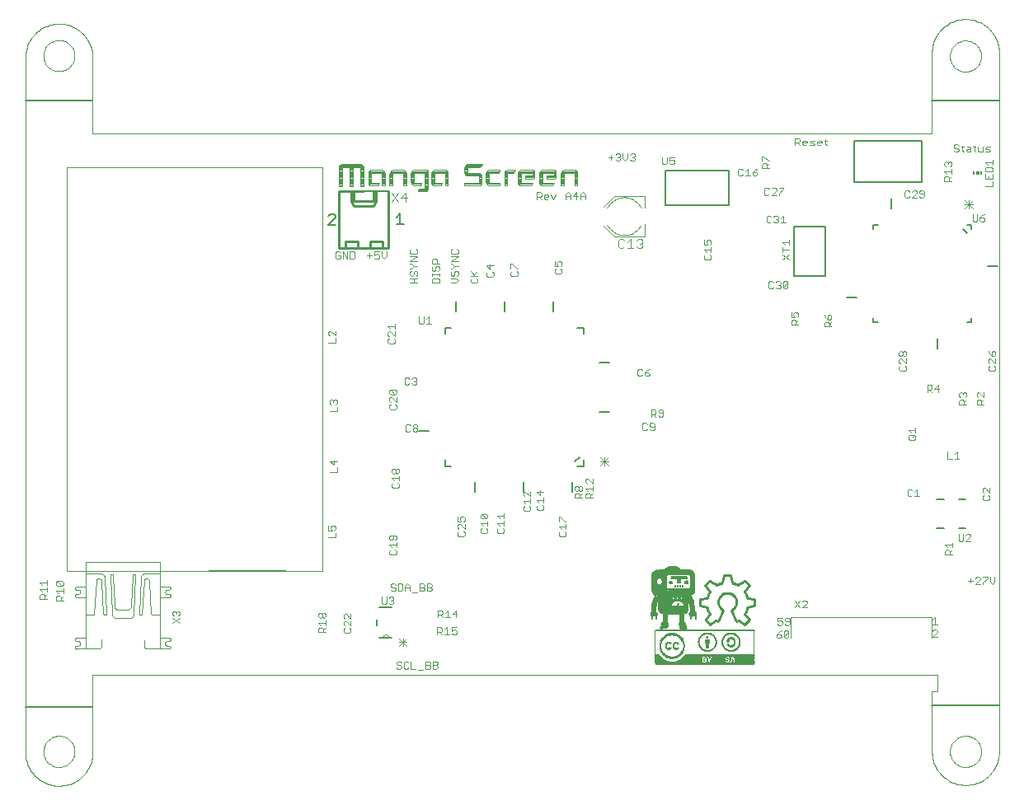
<source format=gto>
G75*
%MOIN*%
%OFA0B0*%
%FSLAX24Y24*%
%IPPOS*%
%LPD*%
%AMOC8*
5,1,8,0,0,1.08239X$1,22.5*
%
%ADD10C,0.0000*%
%ADD11C,0.0079*%
%ADD12C,0.0030*%
%ADD13C,0.0039*%
%ADD14C,0.0080*%
%ADD15C,0.0060*%
%ADD16C,0.0050*%
%ADD17C,0.0100*%
%ADD18R,0.1440X0.0080*%
%ADD19R,0.0060X0.0090*%
%ADD20R,0.0059X0.0118*%
%ADD21R,0.0118X0.0118*%
%ADD22C,0.0040*%
%ADD23C,0.0070*%
%ADD24R,0.4030X0.0010*%
%ADD25R,0.1910X0.0010*%
%ADD26R,0.0150X0.0010*%
%ADD27R,0.0660X0.0010*%
%ADD28R,0.0040X0.0010*%
%ADD29R,0.0110X0.0010*%
%ADD30R,0.0770X0.0010*%
%ADD31R,0.0640X0.0010*%
%ADD32R,0.0020X0.0010*%
%ADD33R,0.0100X0.0010*%
%ADD34R,0.0620X0.0010*%
%ADD35R,0.0090X0.0010*%
%ADD36R,0.0600X0.0010*%
%ADD37R,0.1110X0.0010*%
%ADD38R,0.0610X0.0010*%
%ADD39R,0.0010X0.0010*%
%ADD40R,0.0780X0.0010*%
%ADD41R,0.0550X0.0010*%
%ADD42R,0.1060X0.0010*%
%ADD43R,0.0080X0.0010*%
%ADD44R,0.0520X0.0010*%
%ADD45R,0.1030X0.0010*%
%ADD46R,0.0070X0.0010*%
%ADD47R,0.0060X0.0010*%
%ADD48R,0.0790X0.0010*%
%ADD49R,0.0490X0.0010*%
%ADD50R,0.1000X0.0010*%
%ADD51R,0.0460X0.0010*%
%ADD52R,0.0970X0.0010*%
%ADD53R,0.0440X0.0010*%
%ADD54R,0.0950X0.0010*%
%ADD55R,0.0800X0.0010*%
%ADD56R,0.0420X0.0010*%
%ADD57R,0.0930X0.0010*%
%ADD58R,0.0700X0.0010*%
%ADD59R,0.0030X0.0010*%
%ADD60R,0.0400X0.0010*%
%ADD61R,0.0910X0.0010*%
%ADD62R,0.0650X0.0010*%
%ADD63R,0.0390X0.0010*%
%ADD64R,0.0890X0.0010*%
%ADD65R,0.0050X0.0010*%
%ADD66R,0.0810X0.0010*%
%ADD67R,0.0370X0.0010*%
%ADD68R,0.0880X0.0010*%
%ADD69R,0.0360X0.0010*%
%ADD70R,0.0860X0.0010*%
%ADD71R,0.0590X0.0010*%
%ADD72R,0.0820X0.0010*%
%ADD73R,0.0340X0.0010*%
%ADD74R,0.0850X0.0010*%
%ADD75R,0.0580X0.0010*%
%ADD76R,0.0330X0.0010*%
%ADD77R,0.0840X0.0010*%
%ADD78R,0.0570X0.0010*%
%ADD79R,0.0160X0.0010*%
%ADD80R,0.0320X0.0010*%
%ADD81R,0.0220X0.0010*%
%ADD82R,0.0560X0.0010*%
%ADD83R,0.0830X0.0010*%
%ADD84R,0.0310X0.0010*%
%ADD85R,0.0300X0.0010*%
%ADD86R,0.0290X0.0010*%
%ADD87R,0.0280X0.0010*%
%ADD88R,0.0410X0.0010*%
%ADD89R,0.0270X0.0010*%
%ADD90R,0.0450X0.0010*%
%ADD91R,0.0260X0.0010*%
%ADD92R,0.0250X0.0010*%
%ADD93R,0.0760X0.0010*%
%ADD94R,0.0750X0.0010*%
%ADD95R,0.0140X0.0010*%
%ADD96R,0.0240X0.0010*%
%ADD97R,0.0210X0.0010*%
%ADD98R,0.2870X0.0010*%
%ADD99R,0.0230X0.0010*%
%ADD100R,0.0190X0.0010*%
%ADD101R,0.2860X0.0010*%
%ADD102R,0.0170X0.0010*%
%ADD103R,0.2850X0.0010*%
%ADD104R,0.2840X0.0010*%
%ADD105R,0.2830X0.0010*%
%ADD106R,0.0200X0.0010*%
%ADD107R,0.0130X0.0010*%
%ADD108R,0.2820X0.0010*%
%ADD109R,0.0180X0.0010*%
%ADD110R,0.0120X0.0010*%
%ADD111R,0.2810X0.0010*%
%ADD112R,0.2800X0.0010*%
%ADD113R,0.0380X0.0010*%
%ADD114R,0.0480X0.0010*%
D10*
X000150Y004791D02*
X000150Y032921D01*
X000878Y032940D02*
X000880Y032990D01*
X000886Y033040D01*
X000896Y033089D01*
X000910Y033137D01*
X000927Y033184D01*
X000948Y033229D01*
X000973Y033273D01*
X001001Y033314D01*
X001033Y033353D01*
X001067Y033390D01*
X001104Y033424D01*
X001144Y033454D01*
X001186Y033481D01*
X001230Y033505D01*
X001276Y033526D01*
X001323Y033542D01*
X001371Y033555D01*
X001421Y033564D01*
X001470Y033569D01*
X001521Y033570D01*
X001571Y033567D01*
X001620Y033560D01*
X001669Y033549D01*
X001717Y033534D01*
X001763Y033516D01*
X001808Y033494D01*
X001851Y033468D01*
X001892Y033439D01*
X001931Y033407D01*
X001967Y033372D01*
X001999Y033334D01*
X002029Y033294D01*
X002056Y033251D01*
X002079Y033207D01*
X002098Y033161D01*
X002114Y033113D01*
X002126Y033064D01*
X002134Y033015D01*
X002138Y032965D01*
X002138Y032915D01*
X002134Y032865D01*
X002126Y032816D01*
X002114Y032767D01*
X002098Y032719D01*
X002079Y032673D01*
X002056Y032629D01*
X002029Y032586D01*
X001999Y032546D01*
X001967Y032508D01*
X001931Y032473D01*
X001892Y032441D01*
X001851Y032412D01*
X001808Y032386D01*
X001763Y032364D01*
X001717Y032346D01*
X001669Y032331D01*
X001620Y032320D01*
X001571Y032313D01*
X001521Y032310D01*
X001470Y032311D01*
X001421Y032316D01*
X001371Y032325D01*
X001323Y032338D01*
X001276Y032354D01*
X001230Y032375D01*
X001186Y032399D01*
X001144Y032426D01*
X001104Y032456D01*
X001067Y032490D01*
X001033Y032527D01*
X001001Y032566D01*
X000973Y032607D01*
X000948Y032651D01*
X000927Y032696D01*
X000910Y032743D01*
X000896Y032791D01*
X000886Y032840D01*
X000880Y032890D01*
X000878Y032940D01*
X000150Y032920D02*
X000154Y032992D01*
X000163Y033064D01*
X000175Y033136D01*
X000191Y033206D01*
X000211Y033276D01*
X000234Y033344D01*
X000261Y033411D01*
X000292Y033477D01*
X000326Y033541D01*
X000363Y033603D01*
X000403Y033663D01*
X000447Y033720D01*
X000494Y033776D01*
X000543Y033828D01*
X000596Y033878D01*
X000651Y033925D01*
X000708Y033970D01*
X000768Y034011D01*
X000829Y034048D01*
X000893Y034083D01*
X000958Y034114D01*
X001025Y034141D01*
X001094Y034165D01*
X001163Y034185D01*
X001233Y034202D01*
X001305Y034215D01*
X001377Y034224D01*
X001449Y034229D01*
X001521Y034230D01*
X001593Y034227D01*
X001665Y034221D01*
X001737Y034211D01*
X001808Y034196D01*
X001878Y034179D01*
X001947Y034157D01*
X002015Y034132D01*
X002081Y034103D01*
X002146Y034071D01*
X002209Y034035D01*
X002270Y033996D01*
X002329Y033954D01*
X002385Y033909D01*
X002439Y033861D01*
X002491Y033810D01*
X002539Y033756D01*
X002585Y033700D01*
X002628Y033641D01*
X002667Y033581D01*
X002703Y033518D01*
X002736Y033454D01*
X002765Y033387D01*
X002791Y033320D01*
X002813Y033251D01*
X002831Y033181D01*
X002846Y033110D01*
X002857Y033038D01*
X002864Y032966D01*
X002867Y032894D01*
X002866Y032822D01*
X002866Y029791D01*
X036803Y029791D01*
X036803Y033058D01*
X036805Y033130D01*
X036811Y033202D01*
X036820Y033274D01*
X036834Y033345D01*
X036851Y033415D01*
X036872Y033485D01*
X036896Y033553D01*
X036924Y033619D01*
X036956Y033684D01*
X036991Y033747D01*
X037029Y033809D01*
X037071Y033868D01*
X037116Y033925D01*
X037163Y033979D01*
X037214Y034031D01*
X037267Y034080D01*
X037322Y034126D01*
X037380Y034169D01*
X037441Y034209D01*
X037503Y034246D01*
X037567Y034279D01*
X037633Y034309D01*
X037700Y034335D01*
X037769Y034358D01*
X037839Y034377D01*
X037909Y034392D01*
X037981Y034404D01*
X038053Y034412D01*
X038125Y034416D01*
X038197Y034416D01*
X038269Y034412D01*
X038341Y034404D01*
X038413Y034392D01*
X038483Y034377D01*
X038553Y034358D01*
X038622Y034335D01*
X038689Y034309D01*
X038755Y034279D01*
X038819Y034246D01*
X038881Y034209D01*
X038942Y034169D01*
X039000Y034126D01*
X039055Y034080D01*
X039108Y034031D01*
X039159Y033979D01*
X039206Y033925D01*
X039251Y033868D01*
X039293Y033809D01*
X039331Y033747D01*
X039366Y033684D01*
X039398Y033619D01*
X039426Y033553D01*
X039450Y033485D01*
X039471Y033415D01*
X039488Y033345D01*
X039502Y033274D01*
X039511Y033202D01*
X039517Y033130D01*
X039519Y033058D01*
X039520Y033058D02*
X039520Y004791D01*
X037531Y004791D02*
X037533Y004841D01*
X037539Y004891D01*
X037549Y004940D01*
X037563Y004988D01*
X037580Y005035D01*
X037601Y005080D01*
X037626Y005124D01*
X037654Y005165D01*
X037686Y005204D01*
X037720Y005241D01*
X037757Y005275D01*
X037797Y005305D01*
X037839Y005332D01*
X037883Y005356D01*
X037929Y005377D01*
X037976Y005393D01*
X038024Y005406D01*
X038074Y005415D01*
X038123Y005420D01*
X038174Y005421D01*
X038224Y005418D01*
X038273Y005411D01*
X038322Y005400D01*
X038370Y005385D01*
X038416Y005367D01*
X038461Y005345D01*
X038504Y005319D01*
X038545Y005290D01*
X038584Y005258D01*
X038620Y005223D01*
X038652Y005185D01*
X038682Y005145D01*
X038709Y005102D01*
X038732Y005058D01*
X038751Y005012D01*
X038767Y004964D01*
X038779Y004915D01*
X038787Y004866D01*
X038791Y004816D01*
X038791Y004766D01*
X038787Y004716D01*
X038779Y004667D01*
X038767Y004618D01*
X038751Y004570D01*
X038732Y004524D01*
X038709Y004480D01*
X038682Y004437D01*
X038652Y004397D01*
X038620Y004359D01*
X038584Y004324D01*
X038545Y004292D01*
X038504Y004263D01*
X038461Y004237D01*
X038416Y004215D01*
X038370Y004197D01*
X038322Y004182D01*
X038273Y004171D01*
X038224Y004164D01*
X038174Y004161D01*
X038123Y004162D01*
X038074Y004167D01*
X038024Y004176D01*
X037976Y004189D01*
X037929Y004205D01*
X037883Y004226D01*
X037839Y004250D01*
X037797Y004277D01*
X037757Y004307D01*
X037720Y004341D01*
X037686Y004378D01*
X037654Y004417D01*
X037626Y004458D01*
X037601Y004502D01*
X037580Y004547D01*
X037563Y004594D01*
X037549Y004642D01*
X037539Y004691D01*
X037533Y004741D01*
X037531Y004791D01*
X036803Y004791D02*
X036805Y004719D01*
X036811Y004647D01*
X036820Y004575D01*
X036834Y004504D01*
X036851Y004434D01*
X036872Y004364D01*
X036896Y004296D01*
X036924Y004230D01*
X036956Y004165D01*
X036991Y004102D01*
X037029Y004040D01*
X037071Y003981D01*
X037116Y003924D01*
X037163Y003870D01*
X037214Y003818D01*
X037267Y003769D01*
X037322Y003723D01*
X037380Y003680D01*
X037441Y003640D01*
X037503Y003603D01*
X037567Y003570D01*
X037633Y003540D01*
X037700Y003514D01*
X037769Y003491D01*
X037839Y003472D01*
X037909Y003457D01*
X037981Y003445D01*
X038053Y003437D01*
X038125Y003433D01*
X038197Y003433D01*
X038269Y003437D01*
X038341Y003445D01*
X038413Y003457D01*
X038483Y003472D01*
X038553Y003491D01*
X038622Y003514D01*
X038689Y003540D01*
X038755Y003570D01*
X038819Y003603D01*
X038881Y003640D01*
X038942Y003680D01*
X039000Y003723D01*
X039055Y003769D01*
X039108Y003818D01*
X039159Y003870D01*
X039206Y003924D01*
X039251Y003981D01*
X039293Y004040D01*
X039331Y004102D01*
X039366Y004165D01*
X039398Y004230D01*
X039426Y004296D01*
X039450Y004364D01*
X039471Y004434D01*
X039488Y004504D01*
X039502Y004575D01*
X039511Y004647D01*
X039517Y004719D01*
X039519Y004791D01*
X036803Y004791D02*
X036803Y007212D01*
X037039Y007212D01*
X037039Y007901D01*
X002866Y007901D01*
X002866Y004732D01*
X002867Y004731D02*
X002863Y004659D01*
X002856Y004587D01*
X002845Y004516D01*
X002830Y004445D01*
X002811Y004375D01*
X002789Y004306D01*
X002763Y004239D01*
X002733Y004173D01*
X002700Y004108D01*
X002664Y004046D01*
X002624Y003985D01*
X002581Y003927D01*
X002535Y003871D01*
X002486Y003818D01*
X002435Y003767D01*
X002380Y003719D01*
X002324Y003674D01*
X002265Y003632D01*
X002204Y003594D01*
X002141Y003558D01*
X002076Y003526D01*
X002009Y003498D01*
X001941Y003473D01*
X001872Y003452D01*
X001802Y003434D01*
X001731Y003420D01*
X001659Y003410D01*
X001587Y003404D01*
X001515Y003402D01*
X001442Y003404D01*
X001370Y003409D01*
X001298Y003418D01*
X001227Y003431D01*
X001157Y003448D01*
X001087Y003469D01*
X001019Y003493D01*
X000953Y003521D01*
X000887Y003552D01*
X000824Y003587D01*
X000762Y003625D01*
X000703Y003666D01*
X000646Y003711D01*
X000591Y003758D01*
X000539Y003808D01*
X000490Y003861D01*
X000443Y003917D01*
X000400Y003974D01*
X000359Y004035D01*
X000322Y004097D01*
X000289Y004161D01*
X000259Y004226D01*
X000232Y004294D01*
X000209Y004362D01*
X000189Y004432D01*
X000174Y004503D01*
X000162Y004574D01*
X000154Y004646D01*
X000150Y004718D01*
X000149Y004791D01*
X000878Y004791D02*
X000880Y004841D01*
X000886Y004891D01*
X000896Y004940D01*
X000910Y004988D01*
X000927Y005035D01*
X000948Y005080D01*
X000973Y005124D01*
X001001Y005165D01*
X001033Y005204D01*
X001067Y005241D01*
X001104Y005275D01*
X001144Y005305D01*
X001186Y005332D01*
X001230Y005356D01*
X001276Y005377D01*
X001323Y005393D01*
X001371Y005406D01*
X001421Y005415D01*
X001470Y005420D01*
X001521Y005421D01*
X001571Y005418D01*
X001620Y005411D01*
X001669Y005400D01*
X001717Y005385D01*
X001763Y005367D01*
X001808Y005345D01*
X001851Y005319D01*
X001892Y005290D01*
X001931Y005258D01*
X001967Y005223D01*
X001999Y005185D01*
X002029Y005145D01*
X002056Y005102D01*
X002079Y005058D01*
X002098Y005012D01*
X002114Y004964D01*
X002126Y004915D01*
X002134Y004866D01*
X002138Y004816D01*
X002138Y004766D01*
X002134Y004716D01*
X002126Y004667D01*
X002114Y004618D01*
X002098Y004570D01*
X002079Y004524D01*
X002056Y004480D01*
X002029Y004437D01*
X001999Y004397D01*
X001967Y004359D01*
X001931Y004324D01*
X001892Y004292D01*
X001851Y004263D01*
X001808Y004237D01*
X001763Y004215D01*
X001717Y004197D01*
X001669Y004182D01*
X001620Y004171D01*
X001571Y004164D01*
X001521Y004161D01*
X001470Y004162D01*
X001421Y004167D01*
X001371Y004176D01*
X001323Y004189D01*
X001276Y004205D01*
X001230Y004226D01*
X001186Y004250D01*
X001144Y004277D01*
X001104Y004307D01*
X001067Y004341D01*
X001033Y004378D01*
X001001Y004417D01*
X000973Y004458D01*
X000948Y004502D01*
X000927Y004547D01*
X000910Y004594D01*
X000896Y004642D01*
X000886Y004691D01*
X000880Y004741D01*
X000878Y004791D01*
X001823Y012094D02*
X001823Y028432D01*
X012158Y028432D01*
X012158Y012094D01*
X001823Y012094D01*
X014597Y009397D02*
X014599Y009418D01*
X014604Y009438D01*
X014613Y009457D01*
X014625Y009474D01*
X014640Y009489D01*
X014657Y009501D01*
X014676Y009510D01*
X014696Y009515D01*
X014717Y009517D01*
X014738Y009515D01*
X014758Y009510D01*
X014777Y009501D01*
X014794Y009489D01*
X014809Y009474D01*
X014821Y009457D01*
X014830Y009438D01*
X014835Y009418D01*
X014837Y009397D01*
X037531Y032921D02*
X037533Y032971D01*
X037539Y033021D01*
X037549Y033070D01*
X037563Y033118D01*
X037580Y033165D01*
X037601Y033210D01*
X037626Y033254D01*
X037654Y033295D01*
X037686Y033334D01*
X037720Y033371D01*
X037757Y033405D01*
X037797Y033435D01*
X037839Y033462D01*
X037883Y033486D01*
X037929Y033507D01*
X037976Y033523D01*
X038024Y033536D01*
X038074Y033545D01*
X038123Y033550D01*
X038174Y033551D01*
X038224Y033548D01*
X038273Y033541D01*
X038322Y033530D01*
X038370Y033515D01*
X038416Y033497D01*
X038461Y033475D01*
X038504Y033449D01*
X038545Y033420D01*
X038584Y033388D01*
X038620Y033353D01*
X038652Y033315D01*
X038682Y033275D01*
X038709Y033232D01*
X038732Y033188D01*
X038751Y033142D01*
X038767Y033094D01*
X038779Y033045D01*
X038787Y032996D01*
X038791Y032946D01*
X038791Y032896D01*
X038787Y032846D01*
X038779Y032797D01*
X038767Y032748D01*
X038751Y032700D01*
X038732Y032654D01*
X038709Y032610D01*
X038682Y032567D01*
X038652Y032527D01*
X038620Y032489D01*
X038584Y032454D01*
X038545Y032422D01*
X038504Y032393D01*
X038461Y032367D01*
X038416Y032345D01*
X038370Y032327D01*
X038322Y032312D01*
X038273Y032301D01*
X038224Y032294D01*
X038174Y032291D01*
X038123Y032292D01*
X038074Y032297D01*
X038024Y032306D01*
X037976Y032319D01*
X037929Y032335D01*
X037883Y032356D01*
X037839Y032380D01*
X037797Y032407D01*
X037757Y032437D01*
X037720Y032471D01*
X037686Y032508D01*
X037654Y032547D01*
X037626Y032588D01*
X037601Y032632D01*
X037580Y032677D01*
X037563Y032724D01*
X037549Y032772D01*
X037539Y032821D01*
X037533Y032871D01*
X037531Y032921D01*
D11*
X036803Y031110D02*
X039520Y031110D01*
X039520Y006661D02*
X036803Y006661D01*
X002866Y006582D02*
X000150Y006582D01*
X000169Y031110D02*
X002866Y031110D01*
D12*
X012684Y024969D02*
X012684Y024775D01*
X012733Y024727D01*
X012829Y024727D01*
X012878Y024775D01*
X012878Y024872D01*
X012781Y024872D01*
X012684Y024969D02*
X012733Y025017D01*
X012829Y025017D01*
X012878Y024969D01*
X012979Y025017D02*
X013173Y024727D01*
X013173Y025017D01*
X013274Y025017D02*
X013419Y025017D01*
X013467Y024969D01*
X013467Y024775D01*
X013419Y024727D01*
X013274Y024727D01*
X013274Y025017D01*
X012979Y025017D02*
X012979Y024727D01*
X013964Y024872D02*
X014157Y024872D01*
X014259Y024872D02*
X014355Y024920D01*
X014404Y024920D01*
X014452Y024872D01*
X014452Y024775D01*
X014404Y024727D01*
X014307Y024727D01*
X014259Y024775D01*
X014259Y024872D02*
X014259Y025017D01*
X014452Y025017D01*
X014553Y025017D02*
X014553Y024824D01*
X014650Y024727D01*
X014747Y024824D01*
X014747Y025017D01*
X014061Y024969D02*
X014061Y024775D01*
X015704Y024826D02*
X015995Y024826D01*
X015704Y024632D01*
X015995Y024632D01*
X015995Y024435D02*
X015849Y024435D01*
X015753Y024531D01*
X015704Y024531D01*
X015849Y024435D02*
X015753Y024338D01*
X015704Y024338D01*
X015753Y024237D02*
X015704Y024188D01*
X015704Y024092D01*
X015753Y024043D01*
X015801Y024043D01*
X015849Y024092D01*
X015849Y024188D01*
X015898Y024237D01*
X015946Y024237D01*
X015995Y024188D01*
X015995Y024092D01*
X015946Y024043D01*
X015995Y023942D02*
X015704Y023942D01*
X015849Y023942D02*
X015849Y023749D01*
X015704Y023749D02*
X015995Y023749D01*
X016590Y023749D02*
X016590Y023894D01*
X016638Y023942D01*
X016832Y023942D01*
X016880Y023894D01*
X016880Y023749D01*
X016590Y023749D01*
X016590Y024043D02*
X016590Y024140D01*
X016590Y024092D02*
X016880Y024092D01*
X016880Y024140D02*
X016880Y024043D01*
X016832Y024240D02*
X016880Y024288D01*
X016880Y024385D01*
X016832Y024433D01*
X016784Y024433D01*
X016735Y024385D01*
X016735Y024288D01*
X016687Y024240D01*
X016638Y024240D01*
X016590Y024288D01*
X016590Y024385D01*
X016638Y024433D01*
X016590Y024534D02*
X016590Y024679D01*
X016638Y024728D01*
X016735Y024728D01*
X016784Y024679D01*
X016784Y024534D01*
X016880Y024534D02*
X016590Y024534D01*
X015995Y024976D02*
X015995Y025072D01*
X015946Y025121D01*
X015995Y024976D02*
X015946Y024927D01*
X015753Y024927D01*
X015704Y024976D01*
X015704Y025072D01*
X015753Y025121D01*
X017358Y025072D02*
X017358Y024976D01*
X017406Y024927D01*
X017600Y024927D01*
X017648Y024976D01*
X017648Y025072D01*
X017600Y025121D01*
X017406Y025121D02*
X017358Y025072D01*
X017358Y024826D02*
X017648Y024826D01*
X017358Y024632D01*
X017648Y024632D01*
X017648Y024435D02*
X017503Y024435D01*
X017406Y024531D01*
X017358Y024531D01*
X017503Y024435D02*
X017406Y024338D01*
X017358Y024338D01*
X017406Y024237D02*
X017358Y024188D01*
X017358Y024092D01*
X017406Y024043D01*
X017455Y024043D01*
X017503Y024092D01*
X017503Y024188D01*
X017551Y024237D01*
X017600Y024237D01*
X017648Y024188D01*
X017648Y024092D01*
X017600Y024043D01*
X017551Y023942D02*
X017358Y023942D01*
X017551Y023942D02*
X017648Y023845D01*
X017551Y023749D01*
X017358Y023749D01*
X018145Y023797D02*
X018194Y023749D01*
X018387Y023749D01*
X018435Y023797D01*
X018435Y023894D01*
X018387Y023942D01*
X018339Y024043D02*
X018145Y024237D01*
X018145Y024043D02*
X018435Y024043D01*
X018290Y024092D02*
X018435Y024237D01*
X018787Y024150D02*
X018787Y024053D01*
X018836Y024004D01*
X019029Y024004D01*
X019078Y024053D01*
X019078Y024150D01*
X019029Y024198D01*
X018932Y024299D02*
X018932Y024493D01*
X018787Y024444D02*
X018932Y024299D01*
X018836Y024198D02*
X018787Y024150D01*
X018787Y024444D02*
X019078Y024444D01*
X019772Y024512D02*
X019772Y024319D01*
X019820Y024218D02*
X019772Y024169D01*
X019772Y024073D01*
X019820Y024024D01*
X020013Y024024D01*
X020062Y024073D01*
X020062Y024169D01*
X020013Y024218D01*
X020013Y024319D02*
X020062Y024319D01*
X020013Y024319D02*
X019820Y024512D01*
X019772Y024512D01*
X018194Y023942D02*
X018145Y023894D01*
X018145Y023797D01*
X016460Y022377D02*
X016460Y022087D01*
X016363Y022087D02*
X016557Y022087D01*
X016363Y022281D02*
X016460Y022377D01*
X016262Y022377D02*
X016262Y022135D01*
X016214Y022087D01*
X016117Y022087D01*
X016068Y022135D01*
X016068Y022377D01*
X015096Y022082D02*
X015096Y021889D01*
X015096Y021986D02*
X014806Y021986D01*
X014903Y021889D01*
X014903Y021788D02*
X014855Y021788D01*
X014806Y021739D01*
X014806Y021643D01*
X014855Y021594D01*
X014855Y021493D02*
X014806Y021445D01*
X014806Y021348D01*
X014855Y021300D01*
X015048Y021300D01*
X015096Y021348D01*
X015096Y021445D01*
X015048Y021493D01*
X015096Y021594D02*
X014903Y021788D01*
X015096Y021788D02*
X015096Y021594D01*
X015523Y019920D02*
X015475Y019871D01*
X015475Y019678D01*
X015523Y019629D01*
X015620Y019629D01*
X015668Y019678D01*
X015770Y019678D02*
X015818Y019629D01*
X015915Y019629D01*
X015963Y019678D01*
X015963Y019726D01*
X015915Y019774D01*
X015866Y019774D01*
X015915Y019774D02*
X015963Y019823D01*
X015963Y019871D01*
X015915Y019920D01*
X015818Y019920D01*
X015770Y019871D01*
X015668Y019871D02*
X015620Y019920D01*
X015523Y019920D01*
X015107Y019425D02*
X015155Y019377D01*
X015155Y019280D01*
X015107Y019231D01*
X014914Y019425D01*
X015107Y019425D01*
X014914Y019425D02*
X014865Y019377D01*
X014865Y019280D01*
X014914Y019231D01*
X015107Y019231D01*
X015155Y019130D02*
X015155Y018937D01*
X014962Y019130D01*
X014914Y019130D01*
X014865Y019082D01*
X014865Y018985D01*
X014914Y018937D01*
X014914Y018836D02*
X014865Y018787D01*
X014865Y018691D01*
X014914Y018642D01*
X015107Y018642D01*
X015155Y018691D01*
X015155Y018787D01*
X015107Y018836D01*
X015563Y018030D02*
X015514Y017981D01*
X015514Y017788D01*
X015563Y017740D01*
X015659Y017740D01*
X015708Y017788D01*
X015809Y017788D02*
X015809Y017836D01*
X015857Y017885D01*
X015954Y017885D01*
X016003Y017836D01*
X016003Y017788D01*
X015954Y017740D01*
X015857Y017740D01*
X015809Y017788D01*
X015857Y017885D02*
X015809Y017933D01*
X015809Y017981D01*
X015857Y018030D01*
X015954Y018030D01*
X016003Y017981D01*
X016003Y017933D01*
X015954Y017885D01*
X015708Y017981D02*
X015659Y018030D01*
X015563Y018030D01*
X015206Y016236D02*
X015254Y016188D01*
X015254Y016091D01*
X015206Y016042D01*
X015157Y016042D01*
X015109Y016091D01*
X015109Y016188D01*
X015157Y016236D01*
X015206Y016236D01*
X015109Y016188D02*
X015060Y016236D01*
X015012Y016236D01*
X014964Y016188D01*
X014964Y016091D01*
X015012Y016042D01*
X015060Y016042D01*
X015109Y016091D01*
X015254Y015941D02*
X015254Y015748D01*
X015254Y015845D02*
X014964Y015845D01*
X015060Y015748D01*
X015012Y015647D02*
X014964Y015598D01*
X014964Y015502D01*
X015012Y015453D01*
X015206Y015453D01*
X015254Y015502D01*
X015254Y015598D01*
X015206Y015647D01*
X015107Y013539D02*
X014914Y013539D01*
X014865Y013491D01*
X014865Y013394D01*
X014914Y013346D01*
X014962Y013346D01*
X015010Y013394D01*
X015010Y013539D01*
X015107Y013539D02*
X015155Y013491D01*
X015155Y013394D01*
X015107Y013346D01*
X015155Y013244D02*
X015155Y013051D01*
X015155Y013148D02*
X014865Y013148D01*
X014962Y013051D01*
X014914Y012950D02*
X014865Y012901D01*
X014865Y012805D01*
X014914Y012756D01*
X015107Y012756D01*
X015155Y012805D01*
X015155Y012901D01*
X015107Y012950D01*
X015060Y011579D02*
X014963Y011579D01*
X014915Y011530D01*
X014915Y011482D01*
X014963Y011433D01*
X015060Y011433D01*
X015108Y011385D01*
X015108Y011337D01*
X015060Y011288D01*
X014963Y011288D01*
X014915Y011337D01*
X015108Y011530D02*
X015060Y011579D01*
X015209Y011579D02*
X015354Y011579D01*
X015403Y011530D01*
X015403Y011337D01*
X015354Y011288D01*
X015209Y011288D01*
X015209Y011579D01*
X015504Y011482D02*
X015504Y011288D01*
X015504Y011433D02*
X015697Y011433D01*
X015697Y011482D02*
X015697Y011288D01*
X015799Y011240D02*
X015992Y011240D01*
X016093Y011288D02*
X016238Y011288D01*
X016287Y011337D01*
X016287Y011385D01*
X016238Y011433D01*
X016093Y011433D01*
X016093Y011288D02*
X016093Y011579D01*
X016238Y011579D01*
X016287Y011530D01*
X016287Y011482D01*
X016238Y011433D01*
X016388Y011433D02*
X016533Y011433D01*
X016581Y011385D01*
X016581Y011337D01*
X016533Y011288D01*
X016388Y011288D01*
X016388Y011579D01*
X016533Y011579D01*
X016581Y011530D01*
X016581Y011482D01*
X016533Y011433D01*
X015697Y011482D02*
X015601Y011579D01*
X015504Y011482D01*
X015036Y010995D02*
X015036Y010947D01*
X014987Y010899D01*
X015036Y010850D01*
X015036Y010802D01*
X014987Y010753D01*
X014891Y010753D01*
X014842Y010802D01*
X014741Y010802D02*
X014741Y011044D01*
X014842Y010995D02*
X014891Y011044D01*
X014987Y011044D01*
X015036Y010995D01*
X014987Y010899D02*
X014939Y010899D01*
X014741Y010802D02*
X014693Y010753D01*
X014596Y010753D01*
X014548Y010802D01*
X014548Y011044D01*
X013303Y010368D02*
X013303Y010174D01*
X013110Y010368D01*
X013061Y010368D01*
X013013Y010319D01*
X013013Y010223D01*
X013061Y010174D01*
X013061Y010073D02*
X013013Y010025D01*
X013013Y009928D01*
X013061Y009880D01*
X013061Y009779D02*
X013013Y009730D01*
X013013Y009633D01*
X013061Y009585D01*
X013255Y009585D01*
X013303Y009633D01*
X013303Y009730D01*
X013255Y009779D01*
X013303Y009880D02*
X013110Y010073D01*
X013061Y010073D01*
X013303Y010073D02*
X013303Y009880D01*
X012286Y009909D02*
X012286Y010103D01*
X012286Y010006D02*
X011996Y010006D01*
X012093Y009909D01*
X012141Y009808D02*
X012190Y009760D01*
X012190Y009615D01*
X012286Y009615D02*
X011996Y009615D01*
X011996Y009760D01*
X012044Y009808D01*
X012141Y009808D01*
X012190Y009711D02*
X012286Y009808D01*
X012238Y010204D02*
X012190Y010204D01*
X012141Y010252D01*
X012141Y010349D01*
X012190Y010397D01*
X012238Y010397D01*
X012286Y010349D01*
X012286Y010252D01*
X012238Y010204D01*
X012141Y010252D02*
X012093Y010204D01*
X012044Y010204D01*
X011996Y010252D01*
X011996Y010349D01*
X012044Y010397D01*
X012093Y010397D01*
X012141Y010349D01*
X015258Y009374D02*
X015572Y009060D01*
X015572Y009217D02*
X015258Y009217D01*
X015258Y009060D02*
X015572Y009374D01*
X015415Y009374D02*
X015415Y009060D01*
X015494Y008429D02*
X015446Y008381D01*
X015446Y008187D01*
X015494Y008139D01*
X015591Y008139D01*
X015639Y008187D01*
X015740Y008139D02*
X015934Y008139D01*
X016035Y008090D02*
X016228Y008090D01*
X016330Y008139D02*
X016475Y008139D01*
X016523Y008187D01*
X016523Y008235D01*
X016475Y008284D01*
X016523Y008332D01*
X016523Y008381D01*
X016475Y008429D01*
X016330Y008429D01*
X016330Y008139D01*
X016330Y008284D02*
X016475Y008284D01*
X016624Y008284D02*
X016769Y008284D01*
X016818Y008332D01*
X016818Y008381D01*
X016769Y008429D01*
X016624Y008429D01*
X016624Y008139D01*
X016769Y008139D01*
X016818Y008187D01*
X016818Y008235D01*
X016769Y008284D01*
X015740Y008429D02*
X015740Y008139D01*
X015639Y008381D02*
X015591Y008429D01*
X015494Y008429D01*
X015344Y008381D02*
X015296Y008429D01*
X015199Y008429D01*
X015151Y008381D01*
X015151Y008332D01*
X015199Y008284D01*
X015296Y008284D01*
X015344Y008235D01*
X015344Y008187D01*
X015296Y008139D01*
X015199Y008139D01*
X015151Y008187D01*
X016804Y009524D02*
X016804Y009814D01*
X016950Y009814D01*
X016998Y009766D01*
X016998Y009669D01*
X016950Y009621D01*
X016804Y009621D01*
X016901Y009621D02*
X016998Y009524D01*
X017099Y009524D02*
X017293Y009524D01*
X017196Y009524D02*
X017196Y009814D01*
X017099Y009718D01*
X017394Y009669D02*
X017491Y009718D01*
X017539Y009718D01*
X017587Y009669D01*
X017587Y009573D01*
X017539Y009524D01*
X017442Y009524D01*
X017394Y009573D01*
X017394Y009669D02*
X017394Y009814D01*
X017587Y009814D01*
X017559Y010213D02*
X017559Y010503D01*
X017413Y010358D01*
X017607Y010358D01*
X017312Y010213D02*
X017119Y010213D01*
X017216Y010213D02*
X017216Y010503D01*
X017119Y010407D01*
X017018Y010455D02*
X017018Y010358D01*
X016969Y010310D01*
X016824Y010310D01*
X016921Y010310D02*
X017018Y010213D01*
X016824Y010213D02*
X016824Y010503D01*
X016969Y010503D01*
X017018Y010455D01*
X017668Y013502D02*
X017861Y013502D01*
X017909Y013551D01*
X017909Y013648D01*
X017861Y013696D01*
X017909Y013797D02*
X017716Y013991D01*
X017668Y013991D01*
X017619Y013942D01*
X017619Y013845D01*
X017668Y013797D01*
X017668Y013696D02*
X017619Y013648D01*
X017619Y013551D01*
X017668Y013502D01*
X017909Y013797D02*
X017909Y013991D01*
X017861Y014092D02*
X017909Y014140D01*
X017909Y014237D01*
X017861Y014285D01*
X017764Y014285D01*
X017716Y014237D01*
X017716Y014188D01*
X017764Y014092D01*
X017619Y014092D01*
X017619Y014285D01*
X018544Y014258D02*
X018544Y014355D01*
X018593Y014403D01*
X018786Y014210D01*
X018835Y014258D01*
X018835Y014355D01*
X018786Y014403D01*
X018593Y014403D01*
X018544Y014258D02*
X018593Y014210D01*
X018786Y014210D01*
X018835Y014109D02*
X018835Y013915D01*
X018835Y014012D02*
X018544Y014012D01*
X018641Y013915D01*
X018593Y013814D02*
X018544Y013766D01*
X018544Y013669D01*
X018593Y013620D01*
X018786Y013620D01*
X018835Y013669D01*
X018835Y013766D01*
X018786Y013814D01*
X019214Y013785D02*
X019214Y013689D01*
X019262Y013640D01*
X019456Y013640D01*
X019504Y013689D01*
X019504Y013785D01*
X019456Y013834D01*
X019504Y013935D02*
X019504Y014128D01*
X019504Y014032D02*
X019214Y014032D01*
X019310Y013935D01*
X019262Y013834D02*
X019214Y013785D01*
X019310Y014229D02*
X019214Y014326D01*
X019504Y014326D01*
X019504Y014229D02*
X019504Y014423D01*
X020277Y014574D02*
X020325Y014526D01*
X020519Y014526D01*
X020567Y014574D01*
X020567Y014671D01*
X020519Y014720D01*
X020567Y014821D02*
X020567Y015014D01*
X020567Y014917D02*
X020277Y014917D01*
X020373Y014821D01*
X020325Y014720D02*
X020277Y014671D01*
X020277Y014574D01*
X020325Y015115D02*
X020277Y015164D01*
X020277Y015260D01*
X020325Y015309D01*
X020373Y015309D01*
X020567Y015115D01*
X020567Y015309D01*
X020808Y015300D02*
X020953Y015155D01*
X020953Y015348D01*
X021098Y015300D02*
X020808Y015300D01*
X020808Y014957D02*
X021098Y014957D01*
X021098Y014860D02*
X021098Y015054D01*
X020905Y014860D02*
X020808Y014957D01*
X020857Y014759D02*
X020808Y014710D01*
X020808Y014614D01*
X020857Y014565D01*
X021050Y014565D01*
X021098Y014614D01*
X021098Y014710D01*
X021050Y014759D01*
X021714Y014285D02*
X021714Y014092D01*
X021714Y014285D02*
X021762Y014285D01*
X021956Y014092D01*
X022004Y014092D01*
X022004Y013991D02*
X022004Y013797D01*
X022004Y013894D02*
X021714Y013894D01*
X021810Y013797D01*
X021762Y013696D02*
X021714Y013648D01*
X021714Y013551D01*
X021762Y013502D01*
X021956Y013502D01*
X022004Y013551D01*
X022004Y013648D01*
X021956Y013696D01*
X022370Y015048D02*
X022370Y015193D01*
X022418Y015241D01*
X022515Y015241D01*
X022564Y015193D01*
X022564Y015048D01*
X022660Y015048D02*
X022370Y015048D01*
X022564Y015145D02*
X022660Y015241D01*
X022612Y015342D02*
X022564Y015342D01*
X022515Y015391D01*
X022515Y015488D01*
X022564Y015536D01*
X022612Y015536D01*
X022660Y015488D01*
X022660Y015391D01*
X022612Y015342D01*
X022515Y015391D02*
X022467Y015342D01*
X022418Y015342D01*
X022370Y015391D01*
X022370Y015488D01*
X022418Y015536D01*
X022467Y015536D01*
X022515Y015488D01*
X022803Y015439D02*
X023093Y015439D01*
X023093Y015342D02*
X023093Y015536D01*
X023093Y015637D02*
X022900Y015831D01*
X022851Y015831D01*
X022803Y015782D01*
X022803Y015685D01*
X022851Y015637D01*
X022803Y015439D02*
X022900Y015342D01*
X022948Y015241D02*
X022997Y015193D01*
X022997Y015048D01*
X023093Y015048D02*
X022803Y015048D01*
X022803Y015193D01*
X022851Y015241D01*
X022948Y015241D01*
X022997Y015145D02*
X023093Y015241D01*
X023093Y015637D02*
X023093Y015831D01*
X023395Y016374D02*
X023708Y016688D01*
X023552Y016688D02*
X023552Y016374D01*
X023708Y016374D02*
X023395Y016688D01*
X023395Y016531D02*
X023708Y016531D01*
X025092Y017840D02*
X025140Y017792D01*
X025237Y017792D01*
X025285Y017840D01*
X025387Y017840D02*
X025435Y017792D01*
X025532Y017792D01*
X025580Y017840D01*
X025580Y018034D01*
X025532Y018082D01*
X025435Y018082D01*
X025387Y018034D01*
X025387Y017985D01*
X025435Y017937D01*
X025580Y017937D01*
X025285Y018034D02*
X025237Y018082D01*
X025140Y018082D01*
X025092Y018034D01*
X025092Y017840D01*
X025446Y018343D02*
X025446Y018633D01*
X025591Y018633D01*
X025640Y018585D01*
X025640Y018488D01*
X025591Y018440D01*
X025446Y018440D01*
X025543Y018440D02*
X025640Y018343D01*
X025741Y018391D02*
X025789Y018343D01*
X025886Y018343D01*
X025934Y018391D01*
X025934Y018585D01*
X025886Y018633D01*
X025789Y018633D01*
X025741Y018585D01*
X025741Y018537D01*
X025789Y018488D01*
X025934Y018488D01*
X025335Y019977D02*
X025383Y020025D01*
X025383Y020074D01*
X025335Y020122D01*
X025190Y020122D01*
X025190Y020025D01*
X025238Y019977D01*
X025335Y019977D01*
X025190Y020122D02*
X025286Y020219D01*
X025383Y020267D01*
X025088Y020219D02*
X025040Y020267D01*
X024943Y020267D01*
X024895Y020219D01*
X024895Y020025D01*
X024943Y019977D01*
X025040Y019977D01*
X025088Y020025D01*
X021785Y024123D02*
X021592Y024123D01*
X021543Y024171D01*
X021543Y024268D01*
X021592Y024316D01*
X021543Y024417D02*
X021688Y024417D01*
X021640Y024514D01*
X021640Y024562D01*
X021688Y024611D01*
X021785Y024611D01*
X021834Y024562D01*
X021834Y024466D01*
X021785Y024417D01*
X021785Y024316D02*
X021834Y024268D01*
X021834Y024171D01*
X021785Y024123D01*
X021543Y024417D02*
X021543Y024611D01*
X021500Y027128D02*
X021597Y027322D01*
X021404Y027322D02*
X021500Y027128D01*
X021302Y027225D02*
X021109Y027225D01*
X021109Y027177D02*
X021109Y027274D01*
X021157Y027322D01*
X021254Y027322D01*
X021302Y027274D01*
X021302Y027225D01*
X021254Y027128D02*
X021157Y027128D01*
X021109Y027177D01*
X021008Y027128D02*
X020911Y027225D01*
X020959Y027225D02*
X020814Y027225D01*
X020814Y027128D02*
X020814Y027419D01*
X020959Y027419D01*
X021008Y027370D01*
X021008Y027274D01*
X020959Y027225D01*
X021993Y027274D02*
X022186Y027274D01*
X022186Y027322D02*
X022186Y027128D01*
X022288Y027274D02*
X022481Y027274D01*
X022582Y027274D02*
X022776Y027274D01*
X022776Y027322D02*
X022776Y027128D01*
X022582Y027128D02*
X022582Y027322D01*
X022679Y027419D01*
X022776Y027322D01*
X022433Y027419D02*
X022433Y027128D01*
X022288Y027274D02*
X022433Y027419D01*
X022186Y027322D02*
X022090Y027419D01*
X021993Y027322D01*
X021993Y027128D01*
X023714Y028835D02*
X023907Y028835D01*
X023811Y028932D02*
X023811Y028738D01*
X024009Y028738D02*
X024057Y028690D01*
X024154Y028690D01*
X024202Y028738D01*
X024202Y028787D01*
X024154Y028835D01*
X024105Y028835D01*
X024154Y028835D02*
X024202Y028883D01*
X024202Y028932D01*
X024154Y028980D01*
X024057Y028980D01*
X024009Y028932D01*
X024303Y028980D02*
X024303Y028787D01*
X024400Y028690D01*
X024497Y028787D01*
X024497Y028980D01*
X024598Y028932D02*
X024646Y028980D01*
X024743Y028980D01*
X024791Y028932D01*
X024791Y028883D01*
X024743Y028835D01*
X024791Y028787D01*
X024791Y028738D01*
X024743Y028690D01*
X024646Y028690D01*
X024598Y028738D01*
X024695Y028835D02*
X024743Y028835D01*
X025897Y028836D02*
X025897Y028594D01*
X025945Y028546D01*
X026042Y028546D01*
X026090Y028594D01*
X026090Y028836D01*
X026192Y028836D02*
X026192Y028691D01*
X026288Y028740D01*
X026337Y028740D01*
X026385Y028691D01*
X026385Y028594D01*
X026337Y028546D01*
X026240Y028546D01*
X026192Y028594D01*
X026192Y028836D02*
X026385Y028836D01*
X028956Y028323D02*
X028956Y028130D01*
X029004Y028081D01*
X029101Y028081D01*
X029150Y028130D01*
X029251Y028081D02*
X029444Y028081D01*
X029347Y028081D02*
X029347Y028371D01*
X029251Y028275D01*
X029150Y028323D02*
X029101Y028371D01*
X029004Y028371D01*
X028956Y028323D01*
X029545Y028226D02*
X029690Y028226D01*
X029739Y028178D01*
X029739Y028130D01*
X029690Y028081D01*
X029594Y028081D01*
X029545Y028130D01*
X029545Y028226D01*
X029642Y028323D01*
X029739Y028371D01*
X029933Y028384D02*
X029933Y028529D01*
X029981Y028577D01*
X030078Y028577D01*
X030126Y028529D01*
X030126Y028384D01*
X030126Y028480D02*
X030223Y028577D01*
X030223Y028678D02*
X030175Y028678D01*
X029981Y028872D01*
X029933Y028872D01*
X029933Y028678D01*
X029933Y028384D02*
X030223Y028384D01*
X030168Y027597D02*
X030071Y027597D01*
X030023Y027548D01*
X030023Y027355D01*
X030071Y027306D01*
X030168Y027306D01*
X030216Y027355D01*
X030318Y027306D02*
X030511Y027500D01*
X030511Y027548D01*
X030463Y027597D01*
X030366Y027597D01*
X030318Y027548D01*
X030216Y027548D02*
X030168Y027597D01*
X030318Y027306D02*
X030511Y027306D01*
X030612Y027306D02*
X030612Y027355D01*
X030806Y027548D01*
X030806Y027597D01*
X030612Y027597D01*
X030551Y026468D02*
X030600Y026420D01*
X030600Y026371D01*
X030551Y026323D01*
X030600Y026274D01*
X030600Y026226D01*
X030551Y026178D01*
X030455Y026178D01*
X030406Y026226D01*
X030305Y026226D02*
X030257Y026178D01*
X030160Y026178D01*
X030112Y026226D01*
X030112Y026420D01*
X030160Y026468D01*
X030257Y026468D01*
X030305Y026420D01*
X030406Y026420D02*
X030455Y026468D01*
X030551Y026468D01*
X030551Y026323D02*
X030503Y026323D01*
X030701Y026371D02*
X030798Y026468D01*
X030798Y026178D01*
X030894Y026178D02*
X030701Y026178D01*
X031038Y025484D02*
X031038Y025291D01*
X031038Y025387D02*
X030748Y025387D01*
X030845Y025291D01*
X030748Y025189D02*
X030748Y024996D01*
X030748Y025093D02*
X031038Y025093D01*
X031038Y024895D02*
X030748Y024701D01*
X030748Y024895D02*
X031038Y024701D01*
X030925Y023810D02*
X030973Y023762D01*
X030780Y023569D01*
X030828Y023520D01*
X030925Y023520D01*
X030973Y023569D01*
X030973Y023762D01*
X030925Y023810D02*
X030828Y023810D01*
X030780Y023762D01*
X030780Y023569D01*
X030678Y023569D02*
X030630Y023520D01*
X030533Y023520D01*
X030485Y023569D01*
X030384Y023569D02*
X030335Y023520D01*
X030239Y023520D01*
X030190Y023569D01*
X030190Y023762D01*
X030239Y023810D01*
X030335Y023810D01*
X030384Y023762D01*
X030485Y023762D02*
X030533Y023810D01*
X030630Y023810D01*
X030678Y023762D01*
X030678Y023714D01*
X030630Y023665D01*
X030678Y023617D01*
X030678Y023569D01*
X030630Y023665D02*
X030582Y023665D01*
X031110Y022544D02*
X031110Y022350D01*
X031255Y022350D01*
X031207Y022447D01*
X031207Y022495D01*
X031255Y022544D01*
X031352Y022544D01*
X031400Y022495D01*
X031400Y022399D01*
X031352Y022350D01*
X031400Y022249D02*
X031304Y022152D01*
X031304Y022201D02*
X031304Y022056D01*
X031400Y022056D02*
X031110Y022056D01*
X031110Y022201D01*
X031159Y022249D01*
X031255Y022249D01*
X031304Y022201D01*
X032449Y022122D02*
X032449Y021977D01*
X032739Y021977D01*
X032642Y021977D02*
X032642Y022122D01*
X032594Y022170D01*
X032497Y022170D01*
X032449Y022122D01*
X032642Y022074D02*
X032739Y022170D01*
X032691Y022272D02*
X032739Y022320D01*
X032739Y022417D01*
X032691Y022465D01*
X032642Y022465D01*
X032594Y022417D01*
X032594Y022272D01*
X032691Y022272D01*
X032594Y022272D02*
X032497Y022368D01*
X032449Y022465D01*
X035473Y020930D02*
X035522Y020978D01*
X035570Y020978D01*
X035619Y020930D01*
X035619Y020833D01*
X035570Y020785D01*
X035522Y020785D01*
X035473Y020833D01*
X035473Y020930D01*
X035619Y020930D02*
X035667Y020978D01*
X035715Y020978D01*
X035764Y020930D01*
X035764Y020833D01*
X035715Y020785D01*
X035667Y020785D01*
X035619Y020833D01*
X035570Y020683D02*
X035522Y020683D01*
X035473Y020635D01*
X035473Y020538D01*
X035522Y020490D01*
X035522Y020389D02*
X035473Y020340D01*
X035473Y020244D01*
X035522Y020195D01*
X035715Y020195D01*
X035764Y020244D01*
X035764Y020340D01*
X035715Y020389D01*
X035764Y020490D02*
X035570Y020683D01*
X035764Y020683D02*
X035764Y020490D01*
X036608Y019618D02*
X036753Y019618D01*
X036801Y019569D01*
X036801Y019472D01*
X036753Y019424D01*
X036608Y019424D01*
X036704Y019424D02*
X036801Y019327D01*
X036902Y019472D02*
X037096Y019472D01*
X037047Y019327D02*
X037047Y019618D01*
X036902Y019472D01*
X036608Y019327D02*
X036608Y019618D01*
X037902Y019267D02*
X037950Y019315D01*
X037998Y019315D01*
X038047Y019267D01*
X038095Y019315D01*
X038143Y019315D01*
X038192Y019267D01*
X038192Y019170D01*
X038143Y019122D01*
X038192Y019021D02*
X038095Y018924D01*
X038095Y018972D02*
X038095Y018827D01*
X038192Y018827D02*
X037902Y018827D01*
X037902Y018972D01*
X037950Y019021D01*
X038047Y019021D01*
X038095Y018972D01*
X037950Y019122D02*
X037902Y019170D01*
X037902Y019267D01*
X038047Y019267D02*
X038047Y019219D01*
X038610Y019267D02*
X038610Y019170D01*
X038659Y019122D01*
X038659Y019021D02*
X038755Y019021D01*
X038804Y018972D01*
X038804Y018827D01*
X038900Y018827D02*
X038610Y018827D01*
X038610Y018972D01*
X038659Y019021D01*
X038804Y018924D02*
X038900Y019021D01*
X038900Y019122D02*
X038707Y019315D01*
X038659Y019315D01*
X038610Y019267D01*
X038900Y019315D02*
X038900Y019122D01*
X039124Y020195D02*
X039076Y020244D01*
X039076Y020340D01*
X039124Y020389D01*
X039124Y020490D02*
X039076Y020538D01*
X039076Y020635D01*
X039124Y020683D01*
X039173Y020683D01*
X039366Y020490D01*
X039366Y020683D01*
X039318Y020785D02*
X039366Y020833D01*
X039366Y020930D01*
X039318Y020978D01*
X039269Y020978D01*
X039221Y020930D01*
X039221Y020785D01*
X039318Y020785D01*
X039221Y020785D02*
X039124Y020881D01*
X039076Y020978D01*
X039318Y020389D02*
X039366Y020340D01*
X039366Y020244D01*
X039318Y020195D01*
X039124Y020195D01*
X036137Y017890D02*
X036137Y017697D01*
X036137Y017793D02*
X035846Y017793D01*
X035943Y017697D01*
X035895Y017596D02*
X036088Y017596D01*
X036137Y017547D01*
X036137Y017450D01*
X036088Y017402D01*
X035895Y017402D01*
X035846Y017450D01*
X035846Y017547D01*
X035895Y017596D01*
X036040Y017499D02*
X036137Y017596D01*
X037417Y016912D02*
X037417Y016621D01*
X037611Y016621D01*
X037712Y016621D02*
X037905Y016621D01*
X037809Y016621D02*
X037809Y016912D01*
X037712Y016815D01*
X038898Y015449D02*
X038850Y015401D01*
X038850Y015304D01*
X038898Y015256D01*
X038898Y015155D02*
X038850Y015106D01*
X038850Y015010D01*
X038898Y014961D01*
X039092Y014961D01*
X039140Y015010D01*
X039140Y015106D01*
X039092Y015155D01*
X039140Y015256D02*
X038947Y015449D01*
X038898Y015449D01*
X039140Y015449D02*
X039140Y015256D01*
X038318Y013591D02*
X038221Y013591D01*
X038173Y013542D01*
X038072Y013591D02*
X038072Y013349D01*
X038024Y013300D01*
X037927Y013300D01*
X037878Y013349D01*
X037878Y013591D01*
X038173Y013300D02*
X038367Y013494D01*
X038367Y013542D01*
X038318Y013591D01*
X038367Y013300D02*
X038173Y013300D01*
X037618Y013243D02*
X037618Y013050D01*
X037618Y013146D02*
X037328Y013146D01*
X037425Y013050D01*
X037473Y012948D02*
X037521Y012900D01*
X037521Y012755D01*
X037521Y012852D02*
X037618Y012948D01*
X037473Y012948D02*
X037376Y012948D01*
X037328Y012900D01*
X037328Y012755D01*
X037618Y012755D01*
X038358Y011806D02*
X038358Y011612D01*
X038261Y011709D02*
X038455Y011709D01*
X038556Y011806D02*
X038604Y011854D01*
X038701Y011854D01*
X038749Y011806D01*
X038749Y011757D01*
X038556Y011564D01*
X038749Y011564D01*
X038850Y011564D02*
X038850Y011612D01*
X039044Y011806D01*
X039044Y011854D01*
X038850Y011854D01*
X039145Y011854D02*
X039145Y011661D01*
X039242Y011564D01*
X039339Y011661D01*
X039339Y011854D01*
X036927Y010210D02*
X036927Y009920D01*
X036927Y010210D01*
X036830Y010113D01*
X036927Y010210D01*
X036830Y009920D02*
X037024Y009920D01*
X036830Y009920D01*
X036867Y009722D02*
X036818Y009673D01*
X036867Y009722D01*
X036963Y009722D01*
X037012Y009673D01*
X037012Y009625D01*
X036818Y009432D01*
X037012Y009432D01*
X036818Y009432D01*
X037012Y009625D01*
X037012Y009673D01*
X036963Y009722D01*
X036867Y009722D01*
X031755Y010613D02*
X031562Y010613D01*
X031755Y010806D01*
X031755Y010855D01*
X031707Y010903D01*
X031610Y010903D01*
X031562Y010855D01*
X031461Y010903D02*
X031267Y010613D01*
X031461Y010613D02*
X031267Y010903D01*
X030998Y010194D02*
X030901Y010194D01*
X030853Y010146D01*
X030853Y010098D01*
X030901Y010049D01*
X031047Y010049D01*
X030901Y010049D01*
X030853Y010098D01*
X030853Y010146D01*
X030901Y010194D01*
X030998Y010194D01*
X031047Y010146D01*
X031047Y009952D01*
X030998Y009904D01*
X030901Y009904D01*
X030853Y009952D01*
X030901Y009904D01*
X030998Y009904D01*
X031047Y009952D01*
X031047Y010146D01*
X030998Y010194D01*
X030752Y010194D02*
X030558Y010194D01*
X030558Y010049D01*
X030655Y010098D01*
X030704Y010098D01*
X030752Y010049D01*
X030752Y009952D01*
X030704Y009904D01*
X030607Y009904D01*
X030558Y009952D01*
X030607Y009904D01*
X030704Y009904D01*
X030752Y009952D01*
X030752Y010049D01*
X030704Y010098D01*
X030655Y010098D01*
X030558Y010049D01*
X030558Y010194D01*
X030752Y010194D01*
X030713Y009682D02*
X030616Y009634D01*
X030519Y009537D01*
X030664Y009537D01*
X030713Y009489D01*
X030713Y009441D01*
X030664Y009392D01*
X030567Y009392D01*
X030519Y009441D01*
X030519Y009537D01*
X030664Y009537D01*
X030713Y009489D01*
X030713Y009441D01*
X030664Y009392D01*
X030567Y009392D01*
X030519Y009441D01*
X030519Y009537D01*
X030616Y009634D01*
X030713Y009682D01*
X030814Y009634D02*
X030862Y009682D01*
X030959Y009682D01*
X031007Y009634D01*
X030814Y009441D01*
X030862Y009392D01*
X030959Y009392D01*
X031007Y009441D01*
X031007Y009634D01*
X030814Y009441D01*
X030814Y009634D01*
X030862Y009682D01*
X030959Y009682D01*
X031007Y009634D01*
X031007Y009441D01*
X030959Y009392D01*
X030862Y009392D01*
X030814Y009441D01*
X030814Y009634D01*
X035861Y015111D02*
X035958Y015111D01*
X036006Y015159D01*
X036107Y015111D02*
X036301Y015111D01*
X036204Y015111D02*
X036204Y015401D01*
X036107Y015305D01*
X036006Y015353D02*
X035958Y015401D01*
X035861Y015401D01*
X035812Y015353D01*
X035812Y015159D01*
X035861Y015111D01*
X027822Y024703D02*
X027870Y024752D01*
X027870Y024848D01*
X027822Y024897D01*
X027870Y024998D02*
X027870Y025191D01*
X027870Y025095D02*
X027580Y025095D01*
X027677Y024998D01*
X027628Y024897D02*
X027580Y024848D01*
X027580Y024752D01*
X027628Y024703D01*
X027822Y024703D01*
X027822Y025292D02*
X027870Y025341D01*
X027870Y025438D01*
X027822Y025486D01*
X027725Y025486D01*
X027677Y025438D01*
X027677Y025389D01*
X027725Y025292D01*
X027580Y025292D01*
X027580Y025486D01*
X025102Y025462D02*
X025102Y025401D01*
X025041Y025339D01*
X025102Y025277D01*
X025102Y025215D01*
X025041Y025154D01*
X024917Y025154D01*
X024855Y025215D01*
X024734Y025154D02*
X024487Y025154D01*
X024611Y025154D02*
X024611Y025524D01*
X024487Y025401D01*
X024366Y025462D02*
X024304Y025524D01*
X024181Y025524D01*
X024119Y025462D01*
X024119Y025215D01*
X024181Y025154D01*
X024304Y025154D01*
X024366Y025215D01*
X024855Y025462D02*
X024917Y025524D01*
X025041Y025524D01*
X025102Y025462D01*
X025041Y025339D02*
X024979Y025339D01*
X031267Y029314D02*
X031267Y029604D01*
X031412Y029604D01*
X031461Y029555D01*
X031461Y029459D01*
X031412Y029410D01*
X031267Y029410D01*
X031364Y029410D02*
X031461Y029314D01*
X031562Y029362D02*
X031562Y029459D01*
X031610Y029507D01*
X031707Y029507D01*
X031755Y029459D01*
X031755Y029410D01*
X031562Y029410D01*
X031562Y029362D02*
X031610Y029314D01*
X031707Y029314D01*
X031856Y029314D02*
X032001Y029314D01*
X032050Y029362D01*
X032001Y029410D01*
X031905Y029410D01*
X031856Y029459D01*
X031905Y029507D01*
X032050Y029507D01*
X032151Y029459D02*
X032199Y029507D01*
X032296Y029507D01*
X032345Y029459D01*
X032345Y029410D01*
X032151Y029410D01*
X032151Y029362D02*
X032151Y029459D01*
X032151Y029362D02*
X032199Y029314D01*
X032296Y029314D01*
X032494Y029362D02*
X032542Y029314D01*
X032494Y029362D02*
X032494Y029555D01*
X032446Y029507D02*
X032542Y029507D01*
X035702Y027443D02*
X035702Y027250D01*
X035750Y027201D01*
X035847Y027201D01*
X035896Y027250D01*
X035997Y027201D02*
X036190Y027395D01*
X036190Y027443D01*
X036142Y027492D01*
X036045Y027492D01*
X035997Y027443D01*
X035896Y027443D02*
X035847Y027492D01*
X035750Y027492D01*
X035702Y027443D01*
X035997Y027201D02*
X036190Y027201D01*
X036291Y027250D02*
X036340Y027201D01*
X036437Y027201D01*
X036485Y027250D01*
X036485Y027443D01*
X036437Y027492D01*
X036340Y027492D01*
X036291Y027443D01*
X036291Y027395D01*
X036340Y027346D01*
X036485Y027346D01*
X037304Y027872D02*
X037304Y028018D01*
X037353Y028066D01*
X037449Y028066D01*
X037498Y028018D01*
X037498Y027872D01*
X037594Y027872D02*
X037304Y027872D01*
X037498Y027969D02*
X037594Y028066D01*
X037594Y028167D02*
X037594Y028361D01*
X037594Y028264D02*
X037304Y028264D01*
X037401Y028167D01*
X037353Y028462D02*
X037304Y028510D01*
X037304Y028607D01*
X037353Y028655D01*
X037401Y028655D01*
X037449Y028607D01*
X037498Y028655D01*
X037546Y028655D01*
X037594Y028607D01*
X037594Y028510D01*
X037546Y028462D01*
X037449Y028559D02*
X037449Y028607D01*
X037733Y029058D02*
X037684Y029106D01*
X037733Y029058D02*
X037829Y029058D01*
X037878Y029106D01*
X037878Y029154D01*
X037829Y029203D01*
X037733Y029203D01*
X037684Y029251D01*
X037684Y029299D01*
X037733Y029348D01*
X037829Y029348D01*
X037878Y029299D01*
X037979Y029251D02*
X038076Y029251D01*
X038027Y029299D02*
X038027Y029106D01*
X038076Y029058D01*
X038175Y029106D02*
X038224Y029154D01*
X038369Y029154D01*
X038369Y029203D02*
X038369Y029058D01*
X038224Y029058D01*
X038175Y029106D01*
X038224Y029251D02*
X038321Y029251D01*
X038369Y029203D01*
X038470Y029251D02*
X038567Y029251D01*
X038518Y029299D02*
X038518Y029106D01*
X038567Y029058D01*
X038667Y029106D02*
X038715Y029058D01*
X038860Y029058D01*
X038860Y029251D01*
X038961Y029203D02*
X039010Y029251D01*
X039155Y029251D01*
X039106Y029154D02*
X039010Y029154D01*
X038961Y029203D01*
X038961Y029058D02*
X039106Y029058D01*
X039155Y029106D01*
X039106Y029154D01*
X038667Y029106D02*
X038667Y029251D01*
X039248Y028734D02*
X039248Y028541D01*
X039248Y028637D02*
X038958Y028637D01*
X039054Y028541D01*
X039006Y028439D02*
X038958Y028391D01*
X038958Y028246D01*
X039248Y028246D01*
X039248Y028391D01*
X039200Y028439D01*
X039006Y028439D01*
X038958Y028145D02*
X038958Y027951D01*
X039248Y027951D01*
X039248Y028145D01*
X039103Y028048D02*
X039103Y027951D01*
X039248Y027850D02*
X039248Y027657D01*
X038958Y027657D01*
X038447Y027086D02*
X038133Y026773D01*
X038133Y026930D02*
X038447Y026930D01*
X038447Y026773D02*
X038133Y027086D01*
X038290Y027086D02*
X038290Y026773D01*
X038444Y026534D02*
X038444Y026292D01*
X038492Y026243D01*
X038589Y026243D01*
X038637Y026292D01*
X038637Y026534D01*
X038738Y026389D02*
X038884Y026389D01*
X038932Y026340D01*
X038932Y026292D01*
X038884Y026243D01*
X038787Y026243D01*
X038738Y026292D01*
X038738Y026389D01*
X038835Y026485D01*
X038932Y026534D01*
X012686Y021808D02*
X012686Y021614D01*
X012492Y021808D01*
X012444Y021808D01*
X012396Y021759D01*
X012396Y021662D01*
X012444Y021614D01*
X012686Y021513D02*
X012686Y021319D01*
X012396Y021319D01*
X012503Y019032D02*
X012551Y019032D01*
X012600Y018984D01*
X012648Y019032D01*
X012697Y019032D01*
X012745Y018984D01*
X012745Y018887D01*
X012697Y018838D01*
X012745Y018737D02*
X012745Y018544D01*
X012455Y018544D01*
X012503Y018838D02*
X012455Y018887D01*
X012455Y018984D01*
X012503Y019032D01*
X012600Y018984D02*
X012600Y018935D01*
X012619Y016571D02*
X012619Y016378D01*
X012474Y016523D01*
X012765Y016523D01*
X012765Y016277D02*
X012765Y016083D01*
X012474Y016083D01*
X012541Y013934D02*
X012637Y013934D01*
X012686Y013885D01*
X012686Y013788D01*
X012637Y013740D01*
X012541Y013740D02*
X012492Y013837D01*
X012492Y013885D01*
X012541Y013934D01*
X012396Y013934D02*
X012396Y013740D01*
X012541Y013740D01*
X012686Y013639D02*
X012686Y013445D01*
X012396Y013445D01*
X006387Y010425D02*
X006387Y010328D01*
X006338Y010279D01*
X006387Y010178D02*
X006096Y009985D01*
X006096Y010178D02*
X006387Y009985D01*
X006145Y010279D02*
X006096Y010328D01*
X006096Y010425D01*
X006145Y010473D01*
X006193Y010473D01*
X006242Y010425D01*
X006290Y010473D01*
X006338Y010473D01*
X006387Y010425D01*
X006242Y010425D02*
X006242Y010376D01*
X001676Y010894D02*
X001386Y010894D01*
X001386Y011039D01*
X001434Y011088D01*
X001531Y011088D01*
X001579Y011039D01*
X001579Y010894D01*
X001579Y010991D02*
X001676Y011088D01*
X001676Y011189D02*
X001676Y011382D01*
X001676Y011286D02*
X001386Y011286D01*
X001483Y011189D01*
X001434Y011484D02*
X001386Y011532D01*
X001386Y011629D01*
X001434Y011677D01*
X001628Y011484D01*
X001676Y011532D01*
X001676Y011629D01*
X001628Y011677D01*
X001434Y011677D01*
X001434Y011484D02*
X001628Y011484D01*
X001026Y011441D02*
X001026Y011248D01*
X001026Y011345D02*
X000736Y011345D01*
X000833Y011248D01*
X000881Y011147D02*
X000930Y011098D01*
X000930Y010953D01*
X001026Y010953D02*
X000736Y010953D01*
X000736Y011098D01*
X000785Y011147D01*
X000881Y011147D01*
X000930Y011050D02*
X001026Y011147D01*
X001026Y011543D02*
X001026Y011736D01*
X001026Y011639D02*
X000736Y011639D01*
X000833Y011543D01*
D13*
X016016Y027448D02*
X016331Y027448D01*
X016351Y027451D01*
X016370Y027459D01*
X016386Y027471D01*
X016399Y027487D01*
X016407Y027506D01*
X016410Y027527D01*
X016410Y028275D01*
X016408Y028287D01*
X016402Y028298D01*
X016393Y028307D01*
X016382Y028312D01*
X016370Y028314D01*
X015858Y028314D01*
X015832Y028311D01*
X015807Y028303D01*
X015785Y028288D01*
X015766Y028270D01*
X015752Y028247D01*
X015743Y028222D01*
X015740Y028196D01*
X015740Y027842D01*
X015744Y027807D01*
X015756Y027773D01*
X015775Y027744D01*
X015800Y027719D01*
X015829Y027700D01*
X015863Y027688D01*
X015898Y027684D01*
X016134Y027684D01*
X016173Y027802D01*
X015858Y027802D01*
X015858Y028196D01*
X016291Y028196D01*
X016291Y027566D01*
X016055Y027566D01*
X016016Y027448D01*
X016026Y027480D02*
X016393Y027480D01*
X016408Y027518D02*
X016039Y027518D01*
X016052Y027556D02*
X016410Y027556D01*
X016410Y027594D02*
X016291Y027594D01*
X016291Y027631D02*
X016410Y027631D01*
X016410Y027669D02*
X016291Y027669D01*
X016291Y027707D02*
X016410Y027707D01*
X016410Y027745D02*
X016291Y027745D01*
X016291Y027783D02*
X016410Y027783D01*
X016410Y027821D02*
X016291Y027821D01*
X016291Y027859D02*
X016410Y027859D01*
X016410Y027897D02*
X016291Y027897D01*
X016291Y027934D02*
X016410Y027934D01*
X016410Y027972D02*
X016291Y027972D01*
X016291Y028010D02*
X016410Y028010D01*
X016410Y028048D02*
X016291Y028048D01*
X016291Y028086D02*
X016410Y028086D01*
X016410Y028124D02*
X016291Y028124D01*
X016291Y028162D02*
X016410Y028162D01*
X016410Y028200D02*
X015741Y028200D01*
X015748Y028237D02*
X016410Y028237D01*
X016409Y028275D02*
X015772Y028275D01*
X015849Y028313D02*
X016377Y028313D01*
X016579Y028247D02*
X016570Y028222D01*
X016567Y028196D01*
X016567Y027802D01*
X016570Y027776D01*
X016579Y027751D01*
X016593Y027729D01*
X016611Y027710D01*
X016634Y027696D01*
X016659Y027687D01*
X016685Y027684D01*
X016961Y027684D01*
X017000Y027802D01*
X016685Y027802D01*
X016685Y028196D01*
X017118Y028196D01*
X017118Y027684D01*
X017236Y027684D01*
X017236Y028196D01*
X017233Y028222D01*
X017225Y028247D01*
X017211Y028270D01*
X017192Y028288D01*
X017169Y028303D01*
X017144Y028311D01*
X017118Y028314D01*
X016685Y028314D01*
X016659Y028311D01*
X016634Y028303D01*
X016611Y028288D01*
X016593Y028270D01*
X016579Y028247D01*
X016575Y028237D02*
X017228Y028237D01*
X017236Y028200D02*
X016567Y028200D01*
X016567Y028162D02*
X016685Y028162D01*
X016685Y028124D02*
X016567Y028124D01*
X016567Y028086D02*
X016685Y028086D01*
X016685Y028048D02*
X016567Y028048D01*
X016567Y028010D02*
X016685Y028010D01*
X016685Y027972D02*
X016567Y027972D01*
X016567Y027934D02*
X016685Y027934D01*
X016685Y027897D02*
X016567Y027897D01*
X016567Y027859D02*
X016685Y027859D01*
X016685Y027821D02*
X016567Y027821D01*
X016569Y027783D02*
X016994Y027783D01*
X016981Y027745D02*
X016583Y027745D01*
X016616Y027707D02*
X016968Y027707D01*
X017118Y027707D02*
X017236Y027707D01*
X017236Y027745D02*
X017118Y027745D01*
X017118Y027783D02*
X017236Y027783D01*
X017236Y027821D02*
X017118Y027821D01*
X017118Y027859D02*
X017236Y027859D01*
X017236Y027897D02*
X017118Y027897D01*
X017118Y027934D02*
X017236Y027934D01*
X017236Y027972D02*
X017118Y027972D01*
X017118Y028010D02*
X017236Y028010D01*
X017236Y028048D02*
X017118Y028048D01*
X017118Y028086D02*
X017236Y028086D01*
X017236Y028124D02*
X017118Y028124D01*
X017118Y028162D02*
X017236Y028162D01*
X017205Y028275D02*
X016598Y028275D01*
X016675Y028313D02*
X017128Y028313D01*
X017906Y028313D02*
X018024Y028313D01*
X018024Y028275D02*
X017906Y028275D01*
X017906Y028237D02*
X018024Y028237D01*
X018024Y028200D02*
X017906Y028200D01*
X017906Y028196D02*
X017906Y028432D01*
X017909Y028459D01*
X017917Y028484D01*
X017931Y028506D01*
X017950Y028525D01*
X017972Y028539D01*
X017997Y028548D01*
X018024Y028550D01*
X018614Y028550D01*
X018536Y028432D01*
X018024Y028432D01*
X018024Y028196D01*
X018496Y028196D01*
X018517Y028193D01*
X018536Y028186D01*
X018552Y028173D01*
X018564Y028157D01*
X018572Y028138D01*
X018575Y028117D01*
X018575Y027763D01*
X018572Y027743D01*
X018564Y027724D01*
X018552Y027707D01*
X018536Y027695D01*
X018517Y027687D01*
X018496Y027684D01*
X017906Y027684D01*
X017906Y027802D01*
X018496Y027802D01*
X018496Y028078D01*
X018024Y028078D01*
X017997Y028081D01*
X017972Y028090D01*
X017950Y028104D01*
X017931Y028123D01*
X017917Y028145D01*
X017909Y028170D01*
X017906Y028196D01*
X017911Y028162D02*
X018561Y028162D01*
X018574Y028124D02*
X017931Y028124D01*
X017983Y028086D02*
X018575Y028086D01*
X018575Y028048D02*
X018496Y028048D01*
X018496Y028010D02*
X018575Y028010D01*
X018575Y027972D02*
X018496Y027972D01*
X018496Y027934D02*
X018575Y027934D01*
X018575Y027897D02*
X018496Y027897D01*
X018496Y027859D02*
X018575Y027859D01*
X018575Y027821D02*
X018496Y027821D01*
X018575Y027783D02*
X017906Y027783D01*
X017906Y027745D02*
X018573Y027745D01*
X018552Y027707D02*
X017906Y027707D01*
X017906Y028351D02*
X018024Y028351D01*
X018024Y028389D02*
X017906Y028389D01*
X017906Y028427D02*
X018024Y028427D01*
X017911Y028465D02*
X018557Y028465D01*
X018582Y028503D02*
X017929Y028503D01*
X017977Y028540D02*
X018608Y028540D01*
X018816Y028288D02*
X018839Y028303D01*
X018864Y028311D01*
X018890Y028314D01*
X019323Y028314D01*
X019284Y028196D01*
X018890Y028196D01*
X018890Y027802D01*
X019323Y027802D01*
X019323Y027684D01*
X018929Y027684D01*
X018894Y027688D01*
X018861Y027700D01*
X018831Y027719D01*
X018806Y027744D01*
X018787Y027773D01*
X018776Y027807D01*
X018772Y027842D01*
X018772Y028196D01*
X018775Y028222D01*
X018783Y028247D01*
X018798Y028270D01*
X018816Y028288D01*
X018803Y028275D02*
X019310Y028275D01*
X019297Y028237D02*
X018780Y028237D01*
X018772Y028200D02*
X019285Y028200D01*
X019323Y028313D02*
X018880Y028313D01*
X018890Y028162D02*
X018772Y028162D01*
X018772Y028124D02*
X018890Y028124D01*
X018890Y028086D02*
X018772Y028086D01*
X018772Y028048D02*
X018890Y028048D01*
X018890Y028010D02*
X018772Y028010D01*
X018772Y027972D02*
X018890Y027972D01*
X018890Y027934D02*
X018772Y027934D01*
X018772Y027897D02*
X018890Y027897D01*
X018890Y027859D02*
X018772Y027859D01*
X018774Y027821D02*
X018890Y027821D01*
X018784Y027783D02*
X019323Y027783D01*
X019323Y027745D02*
X018805Y027745D01*
X018849Y027707D02*
X019323Y027707D01*
X019520Y027707D02*
X019638Y027707D01*
X019638Y027684D02*
X019520Y027684D01*
X019520Y028196D01*
X019523Y028222D01*
X019531Y028247D01*
X019546Y028270D01*
X019564Y028288D01*
X019587Y028303D01*
X019612Y028311D01*
X019638Y028314D01*
X019953Y028314D01*
X019874Y028196D01*
X019638Y028196D01*
X019638Y027684D01*
X019638Y027745D02*
X019520Y027745D01*
X019520Y027783D02*
X019638Y027783D01*
X019638Y027821D02*
X019520Y027821D01*
X019520Y027859D02*
X019638Y027859D01*
X019638Y027897D02*
X019520Y027897D01*
X019520Y027934D02*
X019638Y027934D01*
X019638Y027972D02*
X019520Y027972D01*
X019520Y028010D02*
X019638Y028010D01*
X019638Y028048D02*
X019520Y028048D01*
X019520Y028086D02*
X019638Y028086D01*
X019638Y028124D02*
X019520Y028124D01*
X019520Y028162D02*
X019638Y028162D01*
X019520Y028200D02*
X019876Y028200D01*
X019902Y028237D02*
X019528Y028237D01*
X019551Y028275D02*
X019927Y028275D01*
X019952Y028313D02*
X019628Y028313D01*
X020074Y028222D02*
X020083Y028247D01*
X020097Y028270D01*
X020115Y028288D01*
X020138Y028303D01*
X020163Y028311D01*
X020189Y028314D01*
X020661Y028314D01*
X020682Y028312D01*
X020701Y028304D01*
X020717Y028291D01*
X020730Y028275D01*
X020738Y028256D01*
X020740Y028236D01*
X020740Y028039D01*
X020738Y028018D01*
X020730Y027999D01*
X020717Y027983D01*
X020701Y027970D01*
X020682Y027963D01*
X020661Y027960D01*
X020347Y027960D01*
X020347Y028078D01*
X020622Y028078D01*
X020634Y028080D01*
X020645Y028086D01*
X020654Y028094D01*
X020660Y028105D01*
X020661Y028117D01*
X020661Y028157D01*
X020660Y028169D01*
X020654Y028180D01*
X020645Y028189D01*
X020634Y028194D01*
X020622Y028196D01*
X020189Y028196D01*
X020189Y027802D01*
X020661Y027802D01*
X020583Y027684D01*
X020189Y027684D01*
X020163Y027687D01*
X020138Y027696D01*
X020115Y027710D01*
X020097Y027729D01*
X020083Y027751D01*
X020074Y027776D01*
X020071Y027802D01*
X020071Y028196D01*
X020074Y028222D01*
X020079Y028237D02*
X020740Y028237D01*
X020740Y028200D02*
X020071Y028200D01*
X020071Y028162D02*
X020189Y028162D01*
X020189Y028124D02*
X020071Y028124D01*
X020071Y028086D02*
X020189Y028086D01*
X020189Y028048D02*
X020071Y028048D01*
X020071Y028010D02*
X020189Y028010D01*
X020189Y027972D02*
X020071Y027972D01*
X020071Y027934D02*
X020189Y027934D01*
X020189Y027897D02*
X020071Y027897D01*
X020071Y027859D02*
X020189Y027859D01*
X020189Y027821D02*
X020071Y027821D01*
X020073Y027783D02*
X020649Y027783D01*
X020623Y027745D02*
X020086Y027745D01*
X020120Y027707D02*
X020598Y027707D01*
X020703Y027972D02*
X020347Y027972D01*
X020347Y028010D02*
X020734Y028010D01*
X020740Y028048D02*
X020347Y028048D01*
X020646Y028086D02*
X020740Y028086D01*
X020740Y028124D02*
X020661Y028124D01*
X020661Y028162D02*
X020740Y028162D01*
X020729Y028275D02*
X020102Y028275D01*
X020179Y028313D02*
X020670Y028313D01*
X020940Y028222D02*
X020949Y028247D01*
X020963Y028270D01*
X020982Y028288D01*
X021004Y028303D01*
X021029Y028311D01*
X021055Y028314D01*
X021528Y028314D01*
X021548Y028312D01*
X021567Y028304D01*
X021583Y028291D01*
X021596Y028275D01*
X021604Y028256D01*
X021606Y028236D01*
X021606Y028039D01*
X021604Y028018D01*
X021596Y027999D01*
X021583Y027983D01*
X021567Y027970D01*
X021548Y027963D01*
X021528Y027960D01*
X021213Y027960D01*
X021213Y028078D01*
X021488Y028078D01*
X021500Y028080D01*
X021511Y028086D01*
X021520Y028094D01*
X021526Y028105D01*
X021528Y028117D01*
X021528Y028157D01*
X021526Y028169D01*
X021520Y028180D01*
X021511Y028189D01*
X021500Y028194D01*
X021488Y028196D01*
X021055Y028196D01*
X021055Y027802D01*
X021528Y027802D01*
X021449Y027684D01*
X021055Y027684D01*
X021029Y027687D01*
X021004Y027696D01*
X020982Y027710D01*
X020963Y027729D01*
X020949Y027751D01*
X020940Y027776D01*
X020937Y027802D01*
X020937Y028196D01*
X020940Y028222D01*
X020945Y028237D02*
X021606Y028237D01*
X021606Y028200D02*
X020937Y028200D01*
X020937Y028162D02*
X021055Y028162D01*
X021055Y028124D02*
X020937Y028124D01*
X020937Y028086D02*
X021055Y028086D01*
X021055Y028048D02*
X020937Y028048D01*
X020937Y028010D02*
X021055Y028010D01*
X021055Y027972D02*
X020937Y027972D01*
X020937Y027934D02*
X021055Y027934D01*
X021055Y027897D02*
X020937Y027897D01*
X020937Y027859D02*
X021055Y027859D01*
X021055Y027821D02*
X020937Y027821D01*
X020939Y027783D02*
X021515Y027783D01*
X021489Y027745D02*
X020953Y027745D01*
X020986Y027707D02*
X021464Y027707D01*
X021569Y027972D02*
X021213Y027972D01*
X021213Y028010D02*
X021600Y028010D01*
X021606Y028048D02*
X021213Y028048D01*
X021512Y028086D02*
X021606Y028086D01*
X021606Y028124D02*
X021528Y028124D01*
X021527Y028162D02*
X021606Y028162D01*
X021596Y028275D02*
X020968Y028275D01*
X021046Y028313D02*
X021536Y028313D01*
X021819Y028225D02*
X021838Y028255D01*
X021863Y028280D01*
X021892Y028299D01*
X021926Y028310D01*
X021961Y028314D01*
X022354Y028314D01*
X022381Y028311D01*
X022406Y028303D01*
X022428Y028288D01*
X022447Y028270D01*
X022461Y028247D01*
X022470Y028222D01*
X022473Y028196D01*
X022473Y027684D01*
X022354Y027684D01*
X022354Y028196D01*
X021921Y028196D01*
X021921Y027684D01*
X021803Y027684D01*
X021803Y028157D01*
X021807Y028192D01*
X021819Y028225D01*
X021827Y028237D02*
X022464Y028237D01*
X022472Y028200D02*
X021810Y028200D01*
X021804Y028162D02*
X021921Y028162D01*
X021921Y028124D02*
X021803Y028124D01*
X021803Y028086D02*
X021921Y028086D01*
X021921Y028048D02*
X021803Y028048D01*
X021803Y028010D02*
X021921Y028010D01*
X021921Y027972D02*
X021803Y027972D01*
X021803Y027934D02*
X021921Y027934D01*
X021921Y027897D02*
X021803Y027897D01*
X021803Y027859D02*
X021921Y027859D01*
X021921Y027821D02*
X021803Y027821D01*
X021803Y027783D02*
X021921Y027783D01*
X021921Y027745D02*
X021803Y027745D01*
X021803Y027707D02*
X021921Y027707D01*
X022354Y027707D02*
X022473Y027707D01*
X022473Y027745D02*
X022354Y027745D01*
X022354Y027783D02*
X022473Y027783D01*
X022473Y027821D02*
X022354Y027821D01*
X022354Y027859D02*
X022473Y027859D01*
X022473Y027897D02*
X022354Y027897D01*
X022354Y027934D02*
X022473Y027934D01*
X022473Y027972D02*
X022354Y027972D01*
X022354Y028010D02*
X022473Y028010D01*
X022473Y028048D02*
X022354Y028048D01*
X022354Y028086D02*
X022473Y028086D01*
X022473Y028124D02*
X022354Y028124D01*
X022354Y028162D02*
X022473Y028162D01*
X022441Y028275D02*
X021858Y028275D01*
X021951Y028313D02*
X022364Y028313D01*
X016167Y027783D02*
X015753Y027783D01*
X015743Y027821D02*
X015858Y027821D01*
X015858Y027859D02*
X015740Y027859D01*
X015740Y027897D02*
X015858Y027897D01*
X015858Y027934D02*
X015740Y027934D01*
X015740Y027972D02*
X015858Y027972D01*
X015858Y028010D02*
X015740Y028010D01*
X015740Y028048D02*
X015858Y028048D01*
X015858Y028086D02*
X015740Y028086D01*
X015740Y028124D02*
X015858Y028124D01*
X015858Y028162D02*
X015740Y028162D01*
X015543Y028162D02*
X015425Y028162D01*
X015425Y028196D02*
X014992Y028196D01*
X014992Y027684D01*
X014874Y027684D01*
X014874Y028157D01*
X014878Y028192D01*
X014890Y028225D01*
X014908Y028255D01*
X014933Y028280D01*
X014963Y028299D01*
X014997Y028310D01*
X015032Y028314D01*
X015425Y028314D01*
X015452Y028311D01*
X015477Y028303D01*
X015499Y028288D01*
X015518Y028270D01*
X015532Y028247D01*
X015540Y028222D01*
X015543Y028196D01*
X015543Y027684D01*
X015425Y027684D01*
X015425Y028196D01*
X015425Y028124D02*
X015543Y028124D01*
X015543Y028086D02*
X015425Y028086D01*
X015425Y028048D02*
X015543Y028048D01*
X015543Y028010D02*
X015425Y028010D01*
X015425Y027972D02*
X015543Y027972D01*
X015543Y027934D02*
X015425Y027934D01*
X015425Y027897D02*
X015543Y027897D01*
X015543Y027859D02*
X015425Y027859D01*
X015425Y027821D02*
X015543Y027821D01*
X015543Y027783D02*
X015425Y027783D01*
X015425Y027745D02*
X015543Y027745D01*
X015543Y027707D02*
X015425Y027707D01*
X015774Y027745D02*
X016154Y027745D01*
X016142Y027707D02*
X015818Y027707D01*
X015543Y028200D02*
X014881Y028200D01*
X014875Y028162D02*
X014992Y028162D01*
X014992Y028124D02*
X014874Y028124D01*
X014874Y028086D02*
X014992Y028086D01*
X014992Y028048D02*
X014874Y028048D01*
X014874Y028010D02*
X014992Y028010D01*
X014992Y027972D02*
X014874Y027972D01*
X014874Y027934D02*
X014992Y027934D01*
X014992Y027897D02*
X014874Y027897D01*
X014874Y027859D02*
X014992Y027859D01*
X014992Y027821D02*
X014874Y027821D01*
X014874Y027783D02*
X014992Y027783D01*
X014992Y027745D02*
X014874Y027745D01*
X014874Y027707D02*
X014992Y027707D01*
X014677Y027707D02*
X014559Y027707D01*
X014559Y027684D02*
X014677Y027684D01*
X014677Y028196D01*
X014674Y028222D01*
X014666Y028247D01*
X014651Y028270D01*
X014633Y028288D01*
X014610Y028303D01*
X014585Y028311D01*
X014559Y028314D01*
X014126Y028314D01*
X014100Y028311D01*
X014075Y028303D01*
X014052Y028288D01*
X014034Y028270D01*
X014020Y028247D01*
X014011Y028222D01*
X014008Y028196D01*
X014008Y027802D01*
X014011Y027776D01*
X014020Y027751D01*
X014034Y027729D01*
X014052Y027710D01*
X014075Y027696D01*
X014100Y027687D01*
X014126Y027684D01*
X014402Y027684D01*
X014441Y027802D01*
X014126Y027802D01*
X014126Y028196D01*
X014559Y028196D01*
X014559Y027684D01*
X014559Y027745D02*
X014677Y027745D01*
X014677Y027783D02*
X014559Y027783D01*
X014559Y027821D02*
X014677Y027821D01*
X014677Y027859D02*
X014559Y027859D01*
X014559Y027897D02*
X014677Y027897D01*
X014677Y027934D02*
X014559Y027934D01*
X014559Y027972D02*
X014677Y027972D01*
X014677Y028010D02*
X014559Y028010D01*
X014559Y028048D02*
X014677Y028048D01*
X014677Y028086D02*
X014559Y028086D01*
X014559Y028124D02*
X014677Y028124D01*
X014677Y028162D02*
X014559Y028162D01*
X014677Y028200D02*
X014008Y028200D01*
X014016Y028237D02*
X014669Y028237D01*
X014646Y028275D02*
X014039Y028275D01*
X014116Y028313D02*
X014569Y028313D01*
X014897Y028237D02*
X015535Y028237D01*
X015512Y028275D02*
X014929Y028275D01*
X015022Y028313D02*
X015435Y028313D01*
X014435Y027783D02*
X014010Y027783D01*
X014008Y027821D02*
X014126Y027821D01*
X014126Y027859D02*
X014008Y027859D01*
X014008Y027897D02*
X014126Y027897D01*
X014126Y027934D02*
X014008Y027934D01*
X014008Y027972D02*
X014126Y027972D01*
X014126Y028010D02*
X014008Y028010D01*
X014008Y028048D02*
X014126Y028048D01*
X014126Y028086D02*
X014008Y028086D01*
X014008Y028124D02*
X014126Y028124D01*
X014126Y028162D02*
X014008Y028162D01*
X013811Y028162D02*
X013693Y028162D01*
X013693Y028200D02*
X013811Y028200D01*
X013811Y028237D02*
X013693Y028237D01*
X013693Y028275D02*
X013811Y028275D01*
X013811Y028313D02*
X013693Y028313D01*
X013693Y028351D02*
X013811Y028351D01*
X013811Y028389D02*
X013693Y028389D01*
X013693Y028427D02*
X013811Y028427D01*
X013811Y028432D02*
X013808Y028459D01*
X013799Y028484D01*
X013785Y028506D01*
X013767Y028525D01*
X013744Y028539D01*
X013719Y028548D01*
X013693Y028550D01*
X012945Y028550D01*
X012919Y028548D01*
X012894Y028539D01*
X012871Y028525D01*
X012853Y028506D01*
X012839Y028484D01*
X012830Y028459D01*
X012827Y028432D01*
X012827Y027645D01*
X012945Y027645D01*
X012945Y028432D01*
X013260Y028432D01*
X013260Y027645D01*
X013378Y027645D01*
X013378Y028432D01*
X013693Y028432D01*
X013693Y027645D01*
X013811Y027645D01*
X013811Y028432D01*
X013806Y028465D02*
X012832Y028465D01*
X012827Y028427D02*
X012945Y028427D01*
X012945Y028389D02*
X012827Y028389D01*
X012827Y028351D02*
X012945Y028351D01*
X012945Y028313D02*
X012827Y028313D01*
X012827Y028275D02*
X012945Y028275D01*
X012945Y028237D02*
X012827Y028237D01*
X012827Y028200D02*
X012945Y028200D01*
X012945Y028162D02*
X012827Y028162D01*
X012827Y028124D02*
X012945Y028124D01*
X012945Y028086D02*
X012827Y028086D01*
X012827Y028048D02*
X012945Y028048D01*
X012945Y028010D02*
X012827Y028010D01*
X012827Y027972D02*
X012945Y027972D01*
X012945Y027934D02*
X012827Y027934D01*
X012827Y027897D02*
X012945Y027897D01*
X012945Y027859D02*
X012827Y027859D01*
X012827Y027821D02*
X012945Y027821D01*
X012945Y027783D02*
X012827Y027783D01*
X012827Y027745D02*
X012945Y027745D01*
X012945Y027707D02*
X012827Y027707D01*
X012827Y027669D02*
X012945Y027669D01*
X013260Y027669D02*
X013378Y027669D01*
X013378Y027707D02*
X013260Y027707D01*
X013260Y027745D02*
X013378Y027745D01*
X013378Y027783D02*
X013260Y027783D01*
X013260Y027821D02*
X013378Y027821D01*
X013378Y027859D02*
X013260Y027859D01*
X013260Y027897D02*
X013378Y027897D01*
X013378Y027934D02*
X013260Y027934D01*
X013260Y027972D02*
X013378Y027972D01*
X013378Y028010D02*
X013260Y028010D01*
X013260Y028048D02*
X013378Y028048D01*
X013378Y028086D02*
X013260Y028086D01*
X013260Y028124D02*
X013378Y028124D01*
X013378Y028162D02*
X013260Y028162D01*
X013260Y028200D02*
X013378Y028200D01*
X013378Y028237D02*
X013260Y028237D01*
X013260Y028275D02*
X013378Y028275D01*
X013378Y028313D02*
X013260Y028313D01*
X013260Y028351D02*
X013378Y028351D01*
X013378Y028389D02*
X013260Y028389D01*
X013260Y028427D02*
X013378Y028427D01*
X013740Y028540D02*
X012898Y028540D01*
X012850Y028503D02*
X013788Y028503D01*
X013811Y028124D02*
X013693Y028124D01*
X013693Y028086D02*
X013811Y028086D01*
X013811Y028048D02*
X013693Y028048D01*
X013693Y028010D02*
X013811Y028010D01*
X013811Y027972D02*
X013693Y027972D01*
X013693Y027934D02*
X013811Y027934D01*
X013811Y027897D02*
X013693Y027897D01*
X013693Y027859D02*
X013811Y027859D01*
X013811Y027821D02*
X013693Y027821D01*
X013693Y027783D02*
X013811Y027783D01*
X013811Y027745D02*
X013693Y027745D01*
X013693Y027707D02*
X013811Y027707D01*
X013811Y027669D02*
X013693Y027669D01*
X014023Y027745D02*
X014422Y027745D01*
X014409Y027707D02*
X014057Y027707D01*
X031075Y010243D02*
X036784Y010243D01*
X036784Y009377D01*
X031075Y009377D02*
X031075Y010243D01*
D14*
X037001Y013819D02*
X037287Y013819D01*
X037876Y013819D02*
X038162Y013819D01*
X038162Y014980D02*
X037876Y014980D01*
X037287Y014980D02*
X037001Y014980D01*
X028605Y026906D02*
X026025Y026906D01*
X026025Y028306D01*
X028605Y028306D01*
X028605Y026906D01*
D15*
X033370Y023171D02*
X033770Y023171D01*
X034440Y022321D02*
X034440Y022151D01*
X034610Y022151D01*
X037030Y021491D02*
X037030Y021091D01*
X038210Y022151D02*
X038380Y022151D01*
X038380Y022321D01*
X039050Y024431D02*
X039450Y024431D01*
X038210Y025761D02*
X038050Y025921D01*
X038210Y026091D02*
X038380Y026091D01*
X038380Y025921D01*
X035150Y026751D02*
X035150Y027151D01*
X034610Y026091D02*
X034440Y026091D01*
X034440Y025921D01*
X023773Y020511D02*
X023363Y020511D01*
X022713Y021691D02*
X022713Y021941D01*
X022463Y021941D01*
X021483Y022591D02*
X021483Y022991D01*
X019523Y023001D02*
X019523Y022601D01*
X017563Y022601D02*
X017563Y022991D01*
X017363Y021941D02*
X017113Y021941D01*
X017113Y021691D01*
X016453Y017761D02*
X016063Y017761D01*
X017113Y016591D02*
X017113Y016341D01*
X017363Y016341D01*
X018333Y015681D02*
X018333Y015281D01*
X020303Y015281D02*
X020303Y015681D01*
X022273Y015681D02*
X022273Y015291D01*
X022463Y016341D02*
X022713Y016341D01*
X022713Y016591D01*
X022543Y016681D02*
X022373Y016511D01*
X023373Y018531D02*
X023773Y018531D01*
X025743Y012119D02*
X025983Y012119D01*
X026003Y012139D01*
X026025Y012107D02*
X026005Y012099D01*
X025984Y012096D01*
X025963Y012099D01*
X025693Y012099D01*
X025693Y012089D01*
X025683Y012089D01*
X027003Y012089D01*
X026643Y012089D01*
X026613Y012119D01*
X026610Y012135D01*
X026603Y012149D01*
X026082Y012149D01*
X026104Y012166D02*
X026043Y012119D01*
X026025Y012107D01*
X026104Y012166D02*
X026172Y012201D01*
X026246Y012222D01*
X026323Y012229D01*
X026413Y012229D01*
X026422Y012228D01*
X026430Y012223D01*
X026437Y012217D01*
X026441Y012208D01*
X026443Y012199D01*
X026393Y012199D01*
X026383Y012198D01*
X026375Y012193D01*
X026368Y012187D01*
X026364Y012178D01*
X026363Y012169D01*
X026563Y012169D01*
X026578Y012167D01*
X026592Y012160D01*
X026603Y012149D01*
X026653Y012129D02*
X026943Y012129D01*
X027033Y012009D02*
X027083Y012009D01*
X027083Y011999D01*
X027103Y012009D01*
X027123Y012009D01*
X027123Y011939D01*
X027153Y011939D01*
X027153Y011919D01*
X027173Y011919D01*
X027173Y011299D01*
X026983Y011299D01*
X027003Y011299D01*
X027008Y011300D01*
X027013Y011304D01*
X027017Y011308D01*
X027018Y011314D01*
X027017Y011320D01*
X027013Y011325D01*
X027008Y011328D01*
X027003Y011329D01*
X027013Y011329D01*
X027034Y011332D01*
X027053Y011340D01*
X027070Y011352D01*
X027083Y011369D01*
X027091Y011388D01*
X027095Y011408D01*
X027093Y011429D01*
X027103Y011429D01*
X027103Y011839D01*
X027093Y011839D01*
X027093Y011949D01*
X027043Y011949D01*
X027043Y011969D01*
X027033Y011969D01*
X027033Y012009D01*
X027033Y011973D02*
X027123Y011973D01*
X027093Y011915D02*
X027173Y011915D01*
X027193Y011879D02*
X027193Y011359D01*
X027173Y011330D02*
X027019Y011330D01*
X027203Y011339D02*
X027205Y011314D01*
X027204Y011289D01*
X027199Y011265D01*
X027190Y011242D01*
X027179Y011220D01*
X027164Y011200D01*
X027147Y011182D01*
X027127Y011167D01*
X027105Y011155D01*
X027082Y011146D01*
X027058Y011141D01*
X027033Y011139D01*
X027008Y011154D02*
X025713Y011154D01*
X025667Y011154D01*
X025653Y011169D02*
X025713Y011109D01*
X025713Y011489D01*
X025723Y011499D01*
X025703Y011499D01*
X025633Y011569D01*
X025633Y011759D01*
X025733Y011859D01*
X025733Y011989D01*
X025633Y011989D01*
X025603Y012019D01*
X025603Y012029D01*
X025543Y011969D01*
X025543Y011379D01*
X025553Y011369D01*
X025553Y011259D01*
X025643Y011169D01*
X025653Y011169D01*
X025599Y011213D02*
X025713Y011213D01*
X027117Y011213D01*
X027103Y011199D02*
X027053Y011199D01*
X026973Y011119D01*
X026973Y011089D01*
X026983Y011079D01*
X025733Y011079D01*
X025713Y011099D01*
X025713Y011299D01*
X025723Y011309D01*
X025733Y011299D01*
X025733Y011309D01*
X026033Y011309D01*
X026073Y011269D01*
X026213Y011269D01*
X026223Y011279D01*
X027153Y011279D01*
X027153Y011249D01*
X027103Y011199D01*
X027153Y011271D02*
X026215Y011271D01*
X026203Y011339D02*
X026943Y011339D01*
X026943Y011349D01*
X026933Y011349D02*
X026203Y011349D01*
X026203Y011289D02*
X026181Y011280D01*
X026158Y011274D01*
X026135Y011272D01*
X026111Y011274D01*
X026088Y011279D01*
X026066Y011287D01*
X026046Y011299D01*
X026027Y011314D01*
X026011Y011331D01*
X025998Y011351D01*
X025989Y011373D01*
X025982Y011395D01*
X025979Y011419D01*
X025980Y011442D01*
X025984Y011466D01*
X025992Y011488D01*
X026003Y011509D01*
X026013Y011509D02*
X026013Y011499D01*
X025983Y011469D01*
X025983Y011409D01*
X025993Y011399D01*
X025993Y011359D01*
X026023Y011329D01*
X025783Y011329D01*
X025773Y011339D01*
X025773Y011439D01*
X025753Y011459D01*
X025823Y011459D01*
X025883Y011519D01*
X025883Y011529D01*
X025953Y011599D01*
X025953Y011719D01*
X025943Y011729D01*
X025943Y011739D01*
X025833Y011849D01*
X025763Y011849D01*
X025763Y011979D01*
X025753Y011989D01*
X026063Y011989D01*
X026083Y011969D01*
X026083Y011949D01*
X026023Y011889D01*
X026023Y011519D01*
X026013Y011509D01*
X026013Y011505D02*
X025869Y011505D01*
X025918Y011564D02*
X026023Y011564D01*
X026023Y011622D02*
X025953Y011622D01*
X025953Y011681D02*
X026023Y011681D01*
X026023Y011739D02*
X025942Y011739D01*
X025884Y011798D02*
X026023Y011798D01*
X026043Y011829D02*
X026043Y011499D01*
X025983Y011447D02*
X025765Y011447D01*
X025713Y011447D02*
X025543Y011447D01*
X025543Y011505D02*
X025696Y011505D01*
X025638Y011564D02*
X025543Y011564D01*
X025543Y011622D02*
X025633Y011622D01*
X025633Y011681D02*
X025543Y011681D01*
X025543Y011739D02*
X025633Y011739D01*
X025672Y011798D02*
X025543Y011798D01*
X025543Y011856D02*
X025730Y011856D01*
X025763Y011856D02*
X026023Y011856D01*
X026043Y011829D02*
X026053Y011829D01*
X026049Y011915D02*
X025763Y011915D01*
X025733Y011915D02*
X025543Y011915D01*
X025503Y011889D02*
X025503Y011329D01*
X025553Y011330D02*
X025713Y011330D01*
X025503Y011329D02*
X025504Y011301D01*
X025508Y011274D01*
X025515Y011247D01*
X025527Y011222D01*
X025541Y011198D01*
X025559Y011176D01*
X025579Y011157D01*
X025602Y011141D01*
X025627Y011129D01*
X025653Y011119D01*
X025716Y011096D02*
X026973Y011096D01*
X026953Y011049D02*
X026953Y011039D01*
X026893Y010979D01*
X026733Y010979D01*
X026733Y011019D01*
X026723Y011029D01*
X026723Y011059D01*
X026683Y011099D01*
X026673Y011099D01*
X026633Y011059D01*
X026713Y011059D01*
X026723Y011049D01*
X026953Y011049D01*
X026951Y011037D02*
X026723Y011037D01*
X026763Y011009D02*
X026963Y011009D01*
X027013Y011059D01*
X027013Y011029D01*
X027073Y010969D01*
X027073Y010899D01*
X027123Y010849D01*
X027123Y010759D01*
X027173Y010709D01*
X027173Y010409D01*
X027203Y010379D01*
X027203Y010369D01*
X027223Y010349D01*
X027223Y010329D01*
X027193Y010299D01*
X027103Y010299D01*
X027083Y010319D01*
X027063Y010319D01*
X027043Y010339D01*
X027043Y010389D01*
X027063Y010389D01*
X027093Y010419D01*
X027093Y010649D01*
X027063Y010679D01*
X027063Y010769D01*
X027013Y010819D01*
X027013Y010879D01*
X026953Y010939D01*
X026903Y010939D01*
X026903Y010669D01*
X026853Y010669D01*
X026843Y010679D01*
X026843Y010759D01*
X026813Y010789D01*
X026803Y010789D01*
X026673Y010919D01*
X026393Y010919D01*
X026383Y010929D01*
X026713Y010939D01*
X026713Y010959D01*
X026763Y011009D01*
X026733Y010979D02*
X027063Y010979D01*
X027073Y010920D02*
X026971Y010920D01*
X026953Y010909D02*
X026933Y010909D01*
X026933Y010579D01*
X026893Y010569D02*
X025803Y010569D01*
X025763Y010539D02*
X025753Y010549D01*
X025753Y010879D01*
X025763Y010919D02*
X025743Y010939D01*
X025743Y011029D01*
X025753Y011039D01*
X025763Y011039D01*
X026353Y011069D01*
X026333Y011069D01*
X026273Y011059D01*
X026133Y010919D01*
X025763Y010919D01*
X025761Y010920D02*
X026134Y010920D01*
X026183Y010920D02*
X025733Y010920D01*
X025733Y010919D02*
X025733Y010929D01*
X026183Y010929D01*
X026183Y010609D01*
X026453Y010609D01*
X026453Y010639D01*
X026583Y010639D01*
X026583Y010619D01*
X026893Y010619D01*
X026893Y010489D01*
X026863Y010489D01*
X026863Y010509D01*
X026843Y010509D01*
X026843Y010419D01*
X026773Y010419D01*
X026773Y010519D01*
X026763Y010519D01*
X026763Y010399D01*
X026733Y010399D01*
X026733Y009969D01*
X026783Y009969D01*
X026783Y009839D01*
X026823Y009839D01*
X026823Y009819D01*
X026683Y009819D01*
X026683Y009869D01*
X026623Y009869D01*
X026623Y009929D01*
X026603Y009929D01*
X026593Y009936D01*
X026586Y009945D01*
X026582Y009957D01*
X026582Y009968D01*
X026586Y009980D01*
X026593Y009989D01*
X026613Y010009D01*
X026643Y010009D01*
X026643Y010399D01*
X026633Y010409D01*
X026093Y010409D01*
X026053Y010369D01*
X026053Y010009D01*
X026083Y009979D01*
X026063Y009959D01*
X026063Y009859D01*
X026023Y009819D01*
X025883Y009819D01*
X025893Y009829D01*
X025893Y009869D01*
X025903Y009879D01*
X025903Y009909D01*
X025933Y009939D01*
X025933Y009959D01*
X025943Y009969D01*
X025943Y009979D01*
X025983Y010019D01*
X025983Y010409D01*
X025973Y010419D01*
X025913Y010419D01*
X025873Y010459D01*
X025853Y010459D01*
X025803Y010509D01*
X025803Y010889D01*
X025773Y010919D01*
X025733Y010919D01*
X025713Y010929D02*
X025713Y011039D01*
X025723Y011049D01*
X025683Y011049D01*
X025683Y011029D01*
X025663Y011029D01*
X025663Y010999D01*
X025643Y010999D01*
X025643Y010969D01*
X025633Y010969D01*
X025633Y010939D01*
X025613Y010939D01*
X025613Y010869D01*
X025583Y010839D01*
X025583Y010789D01*
X025573Y010779D01*
X025573Y010729D01*
X025533Y010689D01*
X025533Y010609D01*
X025513Y010589D01*
X025513Y010459D01*
X025533Y010439D01*
X025533Y010409D01*
X025503Y010379D01*
X025503Y010359D01*
X025483Y010339D01*
X025483Y010329D01*
X025503Y010309D01*
X025623Y010309D01*
X025623Y010319D01*
X025663Y010359D01*
X025653Y010359D01*
X025613Y010399D01*
X025613Y010769D01*
X025643Y010799D01*
X025643Y010859D01*
X025713Y010929D01*
X025704Y010920D02*
X025613Y010920D01*
X025593Y010889D02*
X025523Y010689D01*
X025533Y010686D02*
X025613Y010686D01*
X025613Y010628D02*
X025533Y010628D01*
X025493Y010639D02*
X025493Y010419D01*
X025518Y010394D02*
X025618Y010394D01*
X025643Y010419D02*
X025656Y010412D01*
X025667Y010401D01*
X025676Y010388D01*
X025681Y010374D01*
X025683Y010359D01*
X025681Y010344D01*
X025676Y010330D01*
X025667Y010317D01*
X025656Y010306D01*
X025643Y010299D01*
X025639Y010335D02*
X025483Y010335D01*
X025483Y010289D02*
X025469Y010300D01*
X025457Y010313D01*
X025449Y010328D01*
X025443Y010345D01*
X025442Y010362D01*
X025444Y010379D01*
X025450Y010396D01*
X025460Y010411D01*
X025472Y010423D01*
X025487Y010432D01*
X025503Y010439D01*
X025519Y010452D02*
X025613Y010452D01*
X025613Y010511D02*
X025513Y010511D01*
X025513Y010569D02*
X025613Y010569D01*
X025613Y010745D02*
X025573Y010745D01*
X025583Y010803D02*
X025643Y010803D01*
X025646Y010862D02*
X025606Y010862D01*
X025643Y010979D02*
X025713Y010979D01*
X025743Y010979D02*
X026193Y010979D01*
X026223Y010979D02*
X026243Y010979D01*
X026223Y010979D01*
X026223Y010739D01*
X026223Y010759D01*
X026353Y010889D01*
X026333Y010889D01*
X026243Y010979D01*
X026251Y011037D02*
X025751Y011037D01*
X025713Y011037D02*
X025683Y011037D01*
X025803Y010862D02*
X026183Y010862D01*
X026223Y010862D02*
X026326Y010862D01*
X026301Y010920D02*
X026223Y010920D01*
X026223Y010803D02*
X026267Y010803D01*
X026183Y010803D02*
X025803Y010803D01*
X025803Y010745D02*
X026183Y010745D01*
X026183Y010686D02*
X025803Y010686D01*
X025803Y010628D02*
X026183Y010628D01*
X026233Y010649D02*
X026453Y010649D01*
X026453Y010628D02*
X026583Y010628D01*
X026583Y010649D02*
X026803Y010649D01*
X026811Y010651D01*
X026817Y010655D01*
X026821Y010661D01*
X026823Y010669D01*
X026821Y010677D01*
X026817Y010683D01*
X026811Y010687D01*
X026803Y010689D01*
X026843Y010686D02*
X026903Y010686D01*
X026903Y010745D02*
X026843Y010745D01*
X026788Y010803D02*
X026903Y010803D01*
X026903Y010862D02*
X026730Y010862D01*
X026610Y010999D02*
X026612Y011014D01*
X026617Y011028D01*
X026626Y011041D01*
X026637Y011051D01*
X026651Y011058D01*
X026665Y011062D01*
X026681Y011062D01*
X026695Y011058D01*
X026709Y011051D01*
X026720Y011041D01*
X026729Y011028D01*
X026734Y011014D01*
X026736Y010999D01*
X026734Y010984D01*
X026729Y010970D01*
X026720Y010957D01*
X026709Y010947D01*
X026695Y010940D01*
X026681Y010936D01*
X026665Y010936D01*
X026651Y010940D01*
X026637Y010947D01*
X026626Y010957D01*
X026617Y010970D01*
X026612Y010984D01*
X026610Y010999D01*
X026563Y011059D02*
X026573Y011069D01*
X026563Y011059D02*
X026463Y011059D01*
X026446Y010999D02*
X026448Y011015D01*
X026454Y011030D01*
X026463Y011043D01*
X026475Y011054D01*
X026489Y011062D01*
X026505Y011066D01*
X026521Y011066D01*
X026537Y011062D01*
X026551Y011054D01*
X026563Y011043D01*
X026572Y011030D01*
X026578Y011015D01*
X026580Y010999D01*
X026578Y010983D01*
X026572Y010968D01*
X026563Y010955D01*
X026551Y010944D01*
X026537Y010936D01*
X026521Y010932D01*
X026505Y010932D01*
X026489Y010936D01*
X026475Y010944D01*
X026463Y010955D01*
X026454Y010968D01*
X026448Y010983D01*
X026446Y010999D01*
X026286Y010999D02*
X026288Y011015D01*
X026294Y011030D01*
X026303Y011043D01*
X026315Y011054D01*
X026329Y011062D01*
X026345Y011066D01*
X026361Y011066D01*
X026377Y011062D01*
X026391Y011054D01*
X026403Y011043D01*
X026412Y011030D01*
X026418Y011015D01*
X026420Y010999D01*
X026418Y010983D01*
X026412Y010968D01*
X026403Y010955D01*
X026391Y010944D01*
X026377Y010936D01*
X026361Y010932D01*
X026345Y010932D01*
X026329Y010936D01*
X026315Y010944D01*
X026303Y010955D01*
X026294Y010968D01*
X026288Y010983D01*
X026286Y010999D01*
X026391Y010920D02*
X026903Y010920D01*
X027013Y010862D02*
X027110Y010862D01*
X027123Y010803D02*
X027028Y010803D01*
X027063Y010745D02*
X027137Y010745D01*
X027173Y010759D02*
X027203Y010419D01*
X027188Y010394D02*
X027068Y010394D01*
X027053Y010439D02*
X027039Y010431D01*
X027026Y010421D01*
X027016Y010408D01*
X027009Y010393D01*
X027005Y010377D01*
X027004Y010361D01*
X027007Y010345D01*
X027013Y010329D01*
X027022Y010316D01*
X027034Y010304D01*
X027048Y010295D01*
X027063Y010290D01*
X027046Y010335D02*
X027223Y010335D01*
X027233Y010299D02*
X027245Y010309D01*
X027255Y010323D01*
X027261Y010338D01*
X027263Y010354D01*
X027262Y010370D01*
X027257Y010385D01*
X027248Y010399D01*
X027237Y010411D01*
X027223Y010419D01*
X027173Y010452D02*
X027093Y010452D01*
X027093Y010511D02*
X027173Y010511D01*
X027173Y010569D02*
X027093Y010569D01*
X027093Y010628D02*
X027173Y010628D01*
X027173Y010686D02*
X027063Y010686D01*
X026893Y010511D02*
X026773Y010511D01*
X026763Y010511D02*
X025803Y010511D01*
X025879Y010452D02*
X026763Y010452D01*
X026773Y010452D02*
X026843Y010452D01*
X026763Y010359D02*
X026753Y010359D01*
X026753Y010019D01*
X026733Y010043D02*
X026643Y010043D01*
X026613Y010019D02*
X026613Y010359D01*
X026083Y010359D01*
X026083Y010019D01*
X026093Y010019D01*
X026078Y009984D02*
X025948Y009984D01*
X025923Y010019D02*
X025909Y010015D01*
X025897Y010008D01*
X025887Y009997D01*
X025879Y009985D01*
X025875Y009971D01*
X025874Y009957D01*
X025877Y009943D01*
X025883Y009929D01*
X025920Y009926D02*
X026063Y009926D01*
X026103Y009930D02*
X026113Y009938D01*
X026121Y009948D01*
X026126Y009960D01*
X026128Y009973D01*
X026126Y009986D01*
X026121Y009999D01*
X026113Y010009D01*
X026053Y010043D02*
X025983Y010043D01*
X025943Y010039D02*
X025943Y010389D01*
X025913Y010389D01*
X025983Y010394D02*
X026078Y010394D01*
X026053Y010335D02*
X025983Y010335D01*
X025983Y010277D02*
X026053Y010277D01*
X026053Y010218D02*
X025983Y010218D01*
X025983Y010160D02*
X026053Y010160D01*
X026053Y010101D02*
X025983Y010101D01*
X026103Y009899D02*
X026107Y009884D01*
X026108Y009869D01*
X026105Y009854D01*
X026100Y009839D01*
X026092Y009826D01*
X026081Y009815D01*
X026068Y009807D01*
X026054Y009801D01*
X026038Y009798D01*
X026023Y009799D01*
X026033Y009779D02*
X026043Y009789D01*
X026033Y009779D02*
X025903Y009779D01*
X025883Y009769D02*
X025870Y009771D01*
X025859Y009776D01*
X025849Y009784D01*
X025842Y009794D01*
X025837Y009806D01*
X025836Y009818D01*
X025838Y009831D01*
X025844Y009842D01*
X025852Y009852D01*
X025863Y009859D01*
X025893Y009867D02*
X026063Y009867D01*
X026589Y009984D02*
X026733Y009984D01*
X026783Y010019D02*
X026794Y010010D01*
X026803Y009998D01*
X026809Y009985D01*
X026812Y009971D01*
X026812Y009957D01*
X026808Y009943D01*
X026802Y009930D01*
X026793Y009919D01*
X026783Y009926D02*
X026623Y009926D01*
X026683Y009867D02*
X026783Y009867D01*
X026813Y009889D02*
X026827Y009882D01*
X026841Y009873D01*
X026852Y009862D01*
X026861Y009849D01*
X026868Y009835D01*
X026873Y009819D01*
X026883Y009799D02*
X026875Y009792D01*
X026865Y009787D01*
X026854Y009785D01*
X026843Y009786D01*
X026833Y009789D01*
X026843Y009769D02*
X026863Y009789D01*
X026843Y009769D02*
X026713Y009769D01*
X026722Y009769D02*
X026705Y009767D01*
X026688Y009769D01*
X026671Y009774D01*
X026656Y009783D01*
X026643Y009794D01*
X026633Y009808D01*
X026626Y009824D01*
X026622Y009842D01*
X026623Y009859D01*
X026643Y010101D02*
X026733Y010101D01*
X026733Y010160D02*
X026643Y010160D01*
X026643Y010218D02*
X026733Y010218D01*
X026733Y010277D02*
X026643Y010277D01*
X026643Y010335D02*
X026733Y010335D01*
X026733Y010394D02*
X026643Y010394D01*
X026773Y010379D02*
X026799Y010384D01*
X026823Y010393D01*
X026846Y010405D01*
X026868Y010421D01*
X026886Y010439D01*
X026902Y010460D01*
X026915Y010483D01*
X026925Y010507D01*
X026931Y010533D01*
X026933Y010559D01*
X027173Y010759D02*
X027166Y010804D01*
X027155Y010849D01*
X027141Y010893D01*
X027123Y010935D01*
X027103Y010977D01*
X027079Y011016D01*
X027053Y011054D01*
X027023Y011089D01*
X027013Y011037D02*
X026991Y011037D01*
X026686Y011096D02*
X026670Y011096D01*
X026573Y010789D02*
X026533Y010699D01*
X026523Y010709D02*
X026573Y010789D01*
X026563Y010659D02*
X026557Y010671D01*
X026548Y010680D01*
X026537Y010687D01*
X026525Y010691D01*
X026511Y010691D01*
X026499Y010687D01*
X026488Y010680D01*
X026479Y010671D01*
X026473Y010659D01*
X026233Y010689D02*
X026243Y010721D01*
X026257Y010751D01*
X026274Y010780D01*
X026294Y010806D01*
X026317Y010830D01*
X026343Y010852D01*
X026371Y010870D01*
X026400Y010885D01*
X026432Y010897D01*
X026464Y010905D01*
X026497Y010909D01*
X026530Y010910D01*
X026564Y010907D01*
X026596Y010900D01*
X026628Y010889D01*
X026658Y010875D01*
X026687Y010858D01*
X026713Y010837D01*
X026737Y010814D01*
X026758Y010788D01*
X026776Y010760D01*
X026791Y010730D01*
X026803Y010699D01*
X027183Y010680D02*
X027190Y010636D01*
X027195Y010592D01*
X027197Y010548D01*
X027196Y010504D01*
X027193Y010460D01*
X027253Y010149D02*
X027262Y010166D01*
X027267Y010185D01*
X027269Y010204D01*
X027267Y010224D01*
X027262Y010242D01*
X027253Y010260D01*
X027241Y010275D01*
X027226Y010288D01*
X027209Y010297D01*
X027191Y010304D01*
X027172Y010307D01*
X027152Y010306D01*
X027133Y010302D01*
X027116Y010294D01*
X027100Y010283D01*
X027086Y010269D01*
X027075Y010253D01*
X027068Y010235D01*
X027064Y010216D01*
X027063Y010196D01*
X027067Y010177D01*
X027073Y010159D01*
X025633Y010439D02*
X025627Y010492D01*
X025625Y010546D01*
X025627Y010600D01*
X025632Y010654D01*
X025641Y010707D01*
X025654Y010759D01*
X025670Y010810D01*
X025690Y010860D01*
X025713Y010909D01*
X025713Y011271D02*
X026070Y011271D01*
X026022Y011330D02*
X025782Y011330D01*
X025773Y011388D02*
X025993Y011388D01*
X026043Y011489D02*
X026045Y011467D01*
X026050Y011446D01*
X026058Y011426D01*
X026069Y011407D01*
X026083Y011390D01*
X026100Y011376D01*
X026118Y011364D01*
X026138Y011356D01*
X026159Y011350D01*
X026181Y011348D01*
X026203Y011349D01*
X026423Y011459D02*
X026423Y011529D01*
X026533Y011529D02*
X026533Y011459D01*
X026623Y011459D02*
X026623Y011529D01*
X026733Y011529D02*
X026733Y011459D01*
X026933Y011359D02*
X026954Y011359D01*
X026974Y011363D01*
X026994Y011370D01*
X027012Y011381D01*
X027028Y011394D01*
X027041Y011410D01*
X027052Y011428D01*
X027059Y011448D01*
X027063Y011468D01*
X027063Y011489D01*
X027063Y011499D02*
X027063Y011829D01*
X027093Y011856D02*
X027173Y011856D01*
X027173Y011798D02*
X027103Y011798D01*
X027103Y011739D02*
X027173Y011739D01*
X027173Y011681D02*
X027103Y011681D01*
X027103Y011622D02*
X027173Y011622D01*
X027173Y011564D02*
X027103Y011564D01*
X027103Y011505D02*
X027173Y011505D01*
X027173Y011447D02*
X027103Y011447D01*
X027091Y011388D02*
X027173Y011388D01*
X026873Y011629D02*
X026875Y011637D01*
X026880Y011644D01*
X026887Y011648D01*
X026895Y011649D01*
X026903Y011646D01*
X026909Y011641D01*
X026913Y011633D01*
X026913Y011625D01*
X026909Y011617D01*
X026903Y011612D01*
X026895Y011609D01*
X026887Y011610D01*
X026880Y011614D01*
X026875Y011621D01*
X026873Y011629D01*
X026823Y011639D02*
X026825Y011652D01*
X026830Y011665D01*
X026839Y011676D01*
X026850Y011683D01*
X026863Y011688D01*
X026876Y011689D01*
X026890Y011686D01*
X026902Y011680D01*
X026912Y011671D01*
X026919Y011659D01*
X026923Y011646D01*
X026923Y011632D01*
X026919Y011619D01*
X026912Y011607D01*
X026902Y011598D01*
X026890Y011592D01*
X026876Y011589D01*
X026863Y011590D01*
X026850Y011595D01*
X026839Y011602D01*
X026830Y011613D01*
X026825Y011626D01*
X026823Y011639D01*
X026883Y011809D02*
X026623Y011809D01*
X026623Y011639D01*
X026533Y011639D01*
X026533Y011809D01*
X026573Y011809D01*
X026583Y011819D01*
X026583Y011689D01*
X026533Y011809D02*
X026253Y011809D01*
X026253Y011849D02*
X026883Y011849D01*
X026883Y011809D01*
X026903Y011969D02*
X026924Y011974D01*
X026945Y011976D01*
X026966Y011974D01*
X026986Y011970D01*
X027005Y011961D01*
X027023Y011950D01*
X027039Y011936D01*
X027052Y011919D01*
X027062Y011901D01*
X027069Y011881D01*
X027073Y011860D01*
X027073Y011839D01*
X027063Y011829D02*
X027066Y011848D01*
X027065Y011868D01*
X027062Y011887D01*
X027055Y011905D01*
X027045Y011922D01*
X027032Y011937D01*
X027017Y011949D01*
X027000Y011959D01*
X026982Y011965D01*
X026963Y011969D01*
X026943Y011969D01*
X026933Y011969D02*
X026903Y011969D01*
X026213Y011969D01*
X026193Y011969D01*
X026163Y011989D02*
X026503Y012199D01*
X026441Y012207D02*
X026196Y012207D01*
X026163Y011989D02*
X026083Y011999D01*
X026078Y011973D02*
X025763Y011973D01*
X025733Y011973D02*
X025547Y011973D01*
X025493Y011899D02*
X025495Y011927D01*
X025500Y011955D01*
X025509Y011981D01*
X025521Y012007D01*
X025536Y012031D01*
X025555Y012052D01*
X025575Y012071D01*
X025598Y012087D01*
X025623Y012101D01*
X025650Y012110D01*
X025677Y012117D01*
X025705Y012120D01*
X025733Y012119D01*
X025693Y012090D02*
X026641Y012090D01*
X026953Y012129D02*
X026982Y012127D01*
X027010Y012122D01*
X027038Y012113D01*
X027065Y012102D01*
X027089Y012087D01*
X027112Y012069D01*
X027133Y012048D01*
X027151Y012025D01*
X027166Y012001D01*
X027177Y011974D01*
X027186Y011946D01*
X027191Y011918D01*
X027193Y011889D01*
X026633Y012139D02*
X026602Y012167D01*
X026568Y012192D01*
X026533Y012213D01*
X026495Y012231D01*
X026456Y012246D01*
X026416Y012257D01*
X026375Y012265D01*
X026334Y012269D01*
X026292Y012269D01*
X026251Y012265D01*
X026210Y012257D01*
X026170Y012246D01*
X026131Y012231D01*
X026093Y012213D01*
X026058Y012192D01*
X026024Y012167D01*
X025993Y012139D01*
X026213Y011969D02*
X026191Y011971D01*
X026168Y011969D01*
X026146Y011964D01*
X026125Y011956D01*
X026106Y011944D01*
X026088Y011930D01*
X026073Y011913D01*
X026061Y011894D01*
X026052Y011873D01*
X026046Y011852D01*
X026043Y011829D01*
X026243Y011629D02*
X026245Y011634D01*
X026249Y011638D01*
X026254Y011639D01*
X026260Y011637D01*
X026263Y011632D01*
X026263Y011626D01*
X026260Y011621D01*
X026254Y011619D01*
X026249Y011620D01*
X026245Y011624D01*
X026243Y011629D01*
X026203Y011629D02*
X026205Y011642D01*
X026210Y011655D01*
X026219Y011666D01*
X026230Y011673D01*
X026243Y011678D01*
X026256Y011679D01*
X026270Y011676D01*
X026282Y011670D01*
X026292Y011661D01*
X026299Y011649D01*
X026303Y011636D01*
X026303Y011622D01*
X026299Y011609D01*
X026292Y011597D01*
X026282Y011588D01*
X026270Y011582D01*
X026256Y011579D01*
X026243Y011580D01*
X026230Y011585D01*
X026219Y011592D01*
X026210Y011603D01*
X026205Y011616D01*
X026203Y011629D01*
X025783Y011510D02*
X025759Y011514D01*
X025736Y011522D01*
X025714Y011533D01*
X025694Y011548D01*
X025677Y011566D01*
X025663Y011586D01*
X025652Y011608D01*
X025645Y011632D01*
X025641Y011656D01*
X025642Y011680D01*
X025646Y011705D01*
X025654Y011728D01*
X025665Y011750D01*
X025680Y011769D01*
X025698Y011787D01*
X025718Y011801D01*
X025740Y011812D01*
X025763Y011819D01*
X025773Y011819D02*
X025797Y011816D01*
X025820Y011810D01*
X025843Y011799D01*
X025863Y011786D01*
X025880Y011769D01*
X025895Y011750D01*
X025907Y011729D01*
X025915Y011706D01*
X025919Y011682D01*
X025920Y011658D01*
X025916Y011634D01*
X025909Y011611D01*
X025898Y011589D01*
X025884Y011569D01*
X025867Y011552D01*
X025848Y011538D01*
X025826Y011527D01*
X025803Y011519D01*
X025713Y011388D02*
X025543Y011388D01*
X025553Y011271D02*
X025713Y011271D01*
X025773Y010559D02*
X025770Y010537D01*
X025771Y010514D01*
X025776Y010491D01*
X025784Y010470D01*
X025796Y010450D01*
X025810Y010433D01*
X025827Y010417D01*
X025847Y010405D01*
X025868Y010396D01*
X025890Y010391D01*
X025913Y010389D01*
X027063Y010439D02*
X027062Y010499D01*
X027058Y010558D01*
X027050Y010617D01*
X027039Y010675D01*
X027025Y010733D01*
X027007Y010789D01*
X026987Y010845D01*
X026963Y010899D01*
X025663Y011089D02*
X025630Y011046D01*
X025600Y011000D01*
X025574Y010952D01*
X025551Y010903D01*
X025532Y010852D01*
X025517Y010800D01*
X025505Y010747D01*
X025497Y010693D01*
X025493Y010639D01*
X025493Y010169D02*
X025484Y010186D01*
X025479Y010204D01*
X025478Y010222D01*
X025481Y010241D01*
X025487Y010258D01*
X025496Y010274D01*
X025509Y010288D01*
X025524Y010299D01*
X025541Y010307D01*
X025559Y010311D01*
X025577Y010312D01*
X025596Y010309D01*
X025613Y010302D01*
X025629Y010292D01*
X025642Y010279D01*
X025652Y010264D01*
X025660Y010247D01*
X025664Y010228D01*
X025664Y010210D01*
X025660Y010192D01*
X025653Y010174D01*
X025642Y010159D01*
X026233Y010649D02*
X026226Y010650D01*
X026221Y010655D01*
X026218Y010661D01*
X026218Y010667D01*
X026221Y010673D01*
X026226Y010678D01*
X026233Y010679D01*
X014967Y010617D02*
X014467Y010617D01*
X014367Y010137D02*
X014367Y009877D01*
X014467Y009397D02*
X014597Y009397D01*
X014837Y009397D01*
X014967Y009397D01*
D16*
X010701Y012094D02*
X007551Y012094D01*
X012931Y025176D02*
X013081Y025176D01*
X013831Y025176D02*
X014081Y025176D01*
X014581Y025176D02*
X014831Y025176D01*
X014831Y027476D02*
X013831Y027476D01*
X013431Y027476D02*
X013331Y027476D01*
X013331Y027326D01*
X031232Y026023D02*
X031232Y024023D01*
X032482Y024023D01*
X032482Y026023D01*
X031232Y026023D01*
X033673Y027842D02*
X036390Y027842D01*
X036390Y029495D01*
X033673Y029495D01*
X033673Y027842D01*
D17*
X014831Y027476D02*
X014831Y026326D01*
X014831Y025176D01*
X014581Y025176D01*
X014581Y025426D01*
X014081Y025426D01*
X014081Y025176D01*
X013581Y025176D01*
X013581Y025426D01*
X013081Y025426D01*
X013081Y025176D01*
X012831Y025176D01*
X013831Y025176D01*
X014081Y025176D02*
X014581Y025176D01*
X014231Y026876D02*
X013431Y026876D01*
X013331Y027076D01*
X013431Y027076D01*
X013431Y027476D01*
X013331Y027476D02*
X013331Y027076D01*
X013431Y027076D02*
X014231Y027076D01*
X014231Y027476D01*
X014331Y027476D02*
X014331Y027076D01*
X014231Y026876D01*
X014231Y027076D02*
X014331Y027076D01*
X013831Y027476D02*
X013331Y027476D01*
X012831Y027476D01*
X012831Y026326D01*
X012831Y025176D01*
X028389Y011937D02*
X028659Y011937D01*
X028709Y011617D01*
X028959Y011517D02*
X029219Y011697D01*
X029409Y011517D01*
X029229Y011257D01*
X029339Y011007D02*
X029639Y010947D01*
X029639Y010687D01*
X029339Y010637D01*
X029239Y010367D02*
X029409Y010127D01*
X029219Y009937D01*
X028979Y010107D01*
X028879Y010047D01*
X028689Y010497D01*
X029239Y010367D02*
X029262Y010408D01*
X029283Y010451D01*
X029301Y010496D01*
X029316Y010541D01*
X029329Y010587D01*
X029339Y010634D01*
X029337Y011008D02*
X029322Y011060D01*
X029303Y011111D01*
X029281Y011161D01*
X029256Y011209D01*
X029227Y011256D01*
X028689Y010507D02*
X028722Y010525D01*
X028752Y010546D01*
X028781Y010570D01*
X028807Y010597D01*
X028829Y010626D01*
X028849Y010658D01*
X028866Y010691D01*
X028879Y010726D01*
X028888Y010762D01*
X028894Y010799D01*
X028896Y010836D01*
X028894Y010873D01*
X028889Y010910D01*
X028879Y010946D01*
X028867Y010981D01*
X028850Y011015D01*
X028831Y011046D01*
X028808Y011076D01*
X028782Y011103D01*
X028754Y011127D01*
X028723Y011148D01*
X028691Y011166D01*
X028657Y011181D01*
X028621Y011192D01*
X028585Y011200D01*
X028548Y011204D01*
X028510Y011204D01*
X028473Y011200D01*
X028437Y011192D01*
X028401Y011181D01*
X028367Y011166D01*
X028335Y011148D01*
X028304Y011127D01*
X028276Y011103D01*
X028250Y011076D01*
X028227Y011046D01*
X028208Y011015D01*
X028191Y010981D01*
X028179Y010946D01*
X028169Y010910D01*
X028164Y010873D01*
X028162Y010836D01*
X028164Y010799D01*
X028170Y010762D01*
X028179Y010726D01*
X028192Y010691D01*
X028209Y010658D01*
X028229Y010626D01*
X028251Y010597D01*
X028277Y010570D01*
X028306Y010546D01*
X028336Y010525D01*
X028369Y010507D01*
X028369Y010497D02*
X028169Y010047D01*
X028069Y010107D01*
X027829Y009937D01*
X027649Y010127D01*
X027809Y010367D01*
X027709Y010637D02*
X027409Y010687D01*
X027409Y010947D01*
X027709Y011007D01*
X027819Y011257D02*
X027639Y011517D01*
X027829Y011697D01*
X028089Y011517D01*
X028339Y011617D02*
X028389Y011937D01*
X028331Y011618D02*
X028281Y011605D01*
X028232Y011588D01*
X028184Y011569D01*
X028137Y011546D01*
X028092Y011521D01*
X027819Y011252D02*
X027792Y011205D01*
X027768Y011158D01*
X027747Y011109D01*
X027729Y011058D01*
X027715Y011007D01*
X027709Y010636D02*
X027722Y010580D01*
X027739Y010525D01*
X027760Y010472D01*
X027784Y010420D01*
X027812Y010370D01*
X028714Y011620D02*
X028766Y011606D01*
X028817Y011589D01*
X028867Y011569D01*
X028916Y011546D01*
X028963Y011519D01*
D18*
X026383Y012039D03*
D19*
X025643Y012034D03*
D20*
X038506Y028196D03*
X038801Y028196D03*
D21*
X038654Y028196D03*
D22*
X025189Y027271D02*
X025189Y026779D01*
X025189Y027271D02*
X023969Y027271D01*
X023536Y026838D01*
X023536Y026050D02*
X023969Y025617D01*
X025189Y025617D01*
X025189Y026110D01*
X025051Y026779D02*
X025025Y026827D01*
X024996Y026874D01*
X024963Y026919D01*
X024927Y026961D01*
X024888Y027000D01*
X024847Y027037D01*
X024803Y027070D01*
X024757Y027101D01*
X024708Y027127D01*
X024658Y027150D01*
X024606Y027170D01*
X024553Y027186D01*
X024499Y027198D01*
X024445Y027206D01*
X024390Y027210D01*
X024334Y027210D01*
X024279Y027206D01*
X024225Y027198D01*
X024171Y027186D01*
X024118Y027170D01*
X024066Y027150D01*
X024016Y027127D01*
X023967Y027101D01*
X023921Y027070D01*
X023877Y027037D01*
X023836Y027000D01*
X023797Y026961D01*
X023761Y026919D01*
X023728Y026874D01*
X023699Y026827D01*
X023673Y026779D01*
X023673Y026109D02*
X023699Y026061D01*
X023728Y026014D01*
X023761Y025969D01*
X023797Y025927D01*
X023836Y025888D01*
X023877Y025851D01*
X023921Y025818D01*
X023967Y025787D01*
X024016Y025761D01*
X024066Y025738D01*
X024118Y025718D01*
X024171Y025702D01*
X024225Y025690D01*
X024279Y025682D01*
X024334Y025678D01*
X024390Y025678D01*
X024445Y025682D01*
X024499Y025690D01*
X024553Y025702D01*
X024606Y025718D01*
X024658Y025738D01*
X024708Y025761D01*
X024757Y025787D01*
X024803Y025818D01*
X024847Y025851D01*
X024888Y025888D01*
X024927Y025927D01*
X024963Y025969D01*
X024996Y026014D01*
X025025Y026061D01*
X025051Y026109D01*
X015576Y027205D02*
X015336Y027205D01*
X015516Y027386D01*
X015516Y027025D01*
X015208Y027025D02*
X014968Y027386D01*
X015208Y027386D02*
X014968Y027025D01*
X005585Y012448D02*
X002588Y012448D01*
X002588Y011025D01*
X002218Y011025D01*
X002205Y011026D01*
X002192Y011031D01*
X002181Y011038D01*
X002171Y011048D01*
X002164Y011059D01*
X002159Y011072D01*
X002158Y011085D01*
X002158Y011085D01*
X002160Y011100D01*
X002165Y011114D01*
X002172Y011126D01*
X002183Y011137D01*
X002195Y011144D01*
X002209Y011149D01*
X002224Y011151D01*
X002285Y011151D01*
X002285Y011152D02*
X002302Y011154D01*
X002319Y011159D01*
X002334Y011167D01*
X002347Y011178D01*
X002358Y011191D01*
X002366Y011206D01*
X002371Y011223D01*
X002373Y011240D01*
X002373Y011251D01*
X002371Y011268D01*
X002366Y011285D01*
X002358Y011300D01*
X002347Y011313D01*
X002334Y011324D01*
X002319Y011332D01*
X002302Y011337D01*
X002285Y011339D01*
X002218Y011339D01*
X002204Y011341D01*
X002192Y011345D01*
X002180Y011352D01*
X002170Y011362D01*
X002163Y011374D01*
X002159Y011386D01*
X002157Y011400D01*
X002158Y011400D02*
X002160Y011415D01*
X002165Y011429D01*
X002172Y011441D01*
X002183Y011452D01*
X002195Y011459D01*
X002209Y011464D01*
X002224Y011466D01*
X002566Y011466D01*
X002610Y011979D02*
X003217Y011979D01*
X003239Y011977D01*
X003260Y011972D01*
X003280Y011964D01*
X003298Y011953D01*
X003315Y011939D01*
X003329Y011922D01*
X003340Y011904D01*
X003348Y011884D01*
X003353Y011863D01*
X003355Y011841D01*
X003355Y011825D01*
X003421Y010379D01*
X003422Y010379D02*
X003421Y010365D01*
X003417Y010351D01*
X003409Y010340D01*
X003399Y010330D01*
X003387Y010323D01*
X003374Y010319D01*
X003360Y010318D01*
X003346Y010321D01*
X003333Y010327D01*
X003323Y010335D01*
X003314Y010347D01*
X003308Y010359D01*
X003306Y010373D01*
X003217Y011709D01*
X003218Y011708D02*
X003215Y011727D01*
X003208Y011744D01*
X003199Y011760D01*
X003186Y011774D01*
X003171Y011785D01*
X003155Y011793D01*
X003137Y011798D01*
X003118Y011799D01*
X003100Y011797D01*
X003082Y011791D01*
X003066Y011782D01*
X003052Y011770D01*
X003040Y011755D01*
X003031Y011739D01*
X003026Y011721D01*
X003024Y011703D01*
X002936Y010362D01*
X002934Y010350D01*
X002928Y010339D01*
X002920Y010330D01*
X002910Y010323D01*
X002899Y010319D01*
X002887Y010318D01*
X002886Y010318D02*
X002610Y010318D01*
X002588Y011025D02*
X002588Y008944D01*
X002218Y008944D01*
X002218Y008943D02*
X002205Y008944D01*
X002192Y008949D01*
X002180Y008956D01*
X002170Y008966D01*
X002163Y008978D01*
X002158Y008991D01*
X002157Y009004D01*
X002158Y009004D02*
X002158Y009004D01*
X002160Y009019D01*
X002165Y009033D01*
X002172Y009045D01*
X002183Y009056D01*
X002195Y009063D01*
X002209Y009068D01*
X002224Y009070D01*
X002224Y009071D02*
X002285Y009071D01*
X002302Y009073D01*
X002319Y009078D01*
X002334Y009086D01*
X002347Y009097D01*
X002358Y009110D01*
X002366Y009125D01*
X002371Y009142D01*
X002373Y009159D01*
X002373Y009170D01*
X002371Y009187D01*
X002366Y009204D01*
X002358Y009219D01*
X002347Y009232D01*
X002334Y009243D01*
X002319Y009251D01*
X002302Y009256D01*
X002285Y009258D01*
X002218Y009258D01*
X002204Y009260D01*
X002192Y009264D01*
X002180Y009271D01*
X002170Y009281D01*
X002163Y009293D01*
X002159Y009305D01*
X002157Y009319D01*
X002158Y009319D02*
X002160Y009334D01*
X002165Y009348D01*
X002172Y009360D01*
X002183Y009371D01*
X002195Y009378D01*
X002209Y009383D01*
X002224Y009385D01*
X002566Y009385D01*
X003090Y008944D02*
X003112Y008946D01*
X003133Y008951D01*
X003153Y008959D01*
X003171Y008970D01*
X003188Y008984D01*
X003202Y009001D01*
X003213Y009019D01*
X003221Y009039D01*
X003226Y009060D01*
X003228Y009082D01*
X003228Y009314D01*
X003090Y008944D02*
X002588Y008944D01*
X003802Y010202D02*
X004382Y010202D01*
X004403Y010204D01*
X004423Y010209D01*
X004442Y010217D01*
X004460Y010227D01*
X004476Y010241D01*
X004490Y010257D01*
X004500Y010275D01*
X004508Y010294D01*
X004513Y010314D01*
X004515Y010335D01*
X004514Y010335D02*
X004597Y011919D01*
X004598Y011918D02*
X004597Y011932D01*
X004592Y011945D01*
X004584Y011956D01*
X004574Y011965D01*
X004561Y011971D01*
X004548Y011974D01*
X004534Y011973D01*
X004521Y011968D01*
X004510Y011960D01*
X004501Y011950D01*
X004495Y011937D01*
X004492Y011924D01*
X004426Y010699D01*
X004424Y010675D01*
X004419Y010651D01*
X004411Y010628D01*
X004399Y010607D01*
X004384Y010587D01*
X004367Y010570D01*
X004347Y010555D01*
X004326Y010543D01*
X004303Y010535D01*
X004279Y010530D01*
X004255Y010528D01*
X003907Y010528D01*
X003907Y010527D02*
X003883Y010529D01*
X003860Y010534D01*
X003838Y010542D01*
X003817Y010553D01*
X003798Y010568D01*
X003782Y010584D01*
X003767Y010603D01*
X003756Y010624D01*
X003748Y010646D01*
X003743Y010669D01*
X003741Y010693D01*
X003742Y010693D02*
X003742Y010721D01*
X003686Y011919D01*
X003684Y011932D01*
X003678Y011945D01*
X003669Y011956D01*
X003658Y011964D01*
X003645Y011969D01*
X003631Y011971D01*
X003617Y011969D01*
X003604Y011964D01*
X003593Y011956D01*
X003584Y011945D01*
X003578Y011932D01*
X003576Y011919D01*
X003659Y010346D01*
X003658Y010346D02*
X003660Y010323D01*
X003665Y010302D01*
X003674Y010281D01*
X003686Y010261D01*
X003700Y010244D01*
X003717Y010230D01*
X003737Y010218D01*
X003758Y010209D01*
X003779Y010204D01*
X003802Y010202D01*
X004752Y010379D02*
X004818Y011825D01*
X004818Y011841D01*
X004820Y011863D01*
X004825Y011884D01*
X004833Y011904D01*
X004844Y011922D01*
X004858Y011939D01*
X004875Y011953D01*
X004893Y011964D01*
X004913Y011972D01*
X004934Y011977D01*
X004956Y011979D01*
X005563Y011979D01*
X005149Y011703D02*
X005237Y010362D01*
X005238Y010362D02*
X005240Y010350D01*
X005246Y010339D01*
X005254Y010330D01*
X005264Y010323D01*
X005275Y010319D01*
X005287Y010318D01*
X005563Y010318D01*
X004868Y010373D02*
X004956Y011709D01*
X004955Y011709D02*
X004958Y011728D01*
X004965Y011745D01*
X004974Y011761D01*
X004987Y011775D01*
X005002Y011786D01*
X005018Y011794D01*
X005036Y011799D01*
X005055Y011800D01*
X005073Y011798D01*
X005091Y011792D01*
X005107Y011783D01*
X005121Y011771D01*
X005133Y011756D01*
X005142Y011740D01*
X005147Y011722D01*
X005149Y011704D01*
X005585Y011466D02*
X005955Y011466D01*
X005968Y011465D01*
X005981Y011460D01*
X005992Y011453D01*
X006002Y011443D01*
X006009Y011432D01*
X006014Y011419D01*
X006015Y011406D01*
X006016Y011405D02*
X006016Y011405D01*
X006015Y011405D02*
X006013Y011390D01*
X006008Y011376D01*
X006001Y011364D01*
X005990Y011353D01*
X005978Y011346D01*
X005964Y011341D01*
X005949Y011339D01*
X005889Y011339D01*
X005872Y011337D01*
X005855Y011332D01*
X005840Y011324D01*
X005827Y011313D01*
X005816Y011300D01*
X005808Y011285D01*
X005803Y011268D01*
X005801Y011251D01*
X005800Y011251D02*
X005800Y011240D01*
X005801Y011240D02*
X005803Y011223D01*
X005808Y011206D01*
X005816Y011191D01*
X005827Y011178D01*
X005840Y011167D01*
X005855Y011159D01*
X005872Y011154D01*
X005889Y011152D01*
X005889Y011151D02*
X005955Y011151D01*
X005955Y011152D02*
X005969Y011150D01*
X005981Y011146D01*
X005993Y011139D01*
X006003Y011129D01*
X006010Y011117D01*
X006014Y011105D01*
X006016Y011091D01*
X006015Y011091D02*
X006013Y011076D01*
X006008Y011062D01*
X006001Y011050D01*
X005990Y011039D01*
X005978Y011032D01*
X005964Y011027D01*
X005949Y011025D01*
X005949Y011024D02*
X005607Y011024D01*
X004868Y010373D02*
X004866Y010359D01*
X004860Y010347D01*
X004851Y010335D01*
X004841Y010327D01*
X004828Y010321D01*
X004814Y010318D01*
X004800Y010319D01*
X004787Y010323D01*
X004775Y010330D01*
X004765Y010340D01*
X004757Y010351D01*
X004753Y010365D01*
X004752Y010379D01*
X005585Y009385D02*
X005955Y009385D01*
X005955Y009386D02*
X005968Y009384D01*
X005981Y009380D01*
X005993Y009373D01*
X006003Y009363D01*
X006010Y009351D01*
X006015Y009338D01*
X006016Y009325D01*
X006016Y009324D01*
X006015Y009325D02*
X006013Y009310D01*
X006008Y009296D01*
X006001Y009284D01*
X005990Y009273D01*
X005978Y009266D01*
X005964Y009261D01*
X005949Y009259D01*
X005949Y009258D02*
X005889Y009258D01*
X005872Y009256D01*
X005855Y009251D01*
X005840Y009243D01*
X005827Y009232D01*
X005816Y009219D01*
X005808Y009204D01*
X005803Y009187D01*
X005801Y009170D01*
X005800Y009170D02*
X005800Y009159D01*
X005801Y009159D02*
X005803Y009142D01*
X005808Y009125D01*
X005816Y009110D01*
X005827Y009097D01*
X005840Y009086D01*
X005855Y009078D01*
X005872Y009073D01*
X005889Y009071D01*
X005955Y009071D01*
X005969Y009069D01*
X005981Y009065D01*
X005993Y009058D01*
X006003Y009048D01*
X006010Y009036D01*
X006014Y009024D01*
X006016Y009010D01*
X006015Y009010D02*
X006013Y008995D01*
X006008Y008981D01*
X006001Y008969D01*
X005990Y008958D01*
X005978Y008951D01*
X005964Y008946D01*
X005949Y008944D01*
X005580Y008944D01*
X005585Y008944D02*
X005088Y008944D01*
X005066Y008946D01*
X005044Y008951D01*
X005023Y008960D01*
X005004Y008971D01*
X004987Y008986D01*
X004972Y009003D01*
X004961Y009022D01*
X004952Y009043D01*
X004947Y009065D01*
X004945Y009087D01*
X004945Y009297D01*
X005585Y008944D02*
X005585Y012448D01*
D23*
X012405Y026090D02*
X012692Y026377D01*
X012692Y026449D01*
X012620Y026521D01*
X012477Y026521D01*
X012405Y026449D01*
X012405Y026090D02*
X012692Y026090D01*
X015155Y026120D02*
X015442Y026120D01*
X015299Y026120D02*
X015299Y026551D01*
X015155Y026407D01*
D24*
X027615Y009696D03*
X027615Y009686D03*
X027615Y009676D03*
X027615Y008366D03*
X027615Y008356D03*
X027615Y008346D03*
X027615Y008336D03*
X027615Y008326D03*
X027615Y008316D03*
X027615Y008306D03*
X027615Y008296D03*
D25*
X026555Y008376D03*
X026555Y008386D03*
X026555Y008396D03*
D26*
X026555Y008646D03*
X026155Y008906D03*
X026035Y008656D03*
X026055Y008646D03*
X026055Y009446D03*
X026555Y009446D03*
X026565Y009436D03*
X027585Y009516D03*
X028685Y009006D03*
X028825Y009516D03*
X027705Y008376D03*
D27*
X028170Y008376D03*
D28*
X027810Y008556D03*
X027710Y008556D03*
X027710Y008546D03*
X027730Y008816D03*
X028680Y008816D03*
X028650Y008476D03*
X028750Y008476D03*
X028610Y008376D03*
X029610Y009656D03*
X026540Y009116D03*
X025620Y009656D03*
D29*
X025935Y009346D03*
X025945Y009356D03*
X025955Y009366D03*
X025965Y009376D03*
X025975Y009386D03*
X025925Y009336D03*
X025905Y009306D03*
X026155Y008896D03*
X025955Y008726D03*
X025945Y008736D03*
X025935Y008746D03*
X025925Y008756D03*
X025915Y008766D03*
X026455Y008896D03*
X026655Y008726D03*
X026665Y008736D03*
X026675Y008746D03*
X026685Y008756D03*
X026695Y008776D03*
X026695Y009316D03*
X026685Y009326D03*
X026675Y009346D03*
X026665Y009356D03*
X026655Y009366D03*
X027545Y009496D03*
X027915Y009496D03*
X027725Y009136D03*
X027725Y009126D03*
X027725Y009116D03*
X027725Y009106D03*
X027725Y009096D03*
X027725Y009086D03*
X027725Y009076D03*
X027725Y009066D03*
X027725Y009056D03*
X027725Y009046D03*
X027725Y009036D03*
X027725Y009026D03*
X027725Y009016D03*
X027725Y009006D03*
X027725Y008996D03*
X027725Y008986D03*
X027725Y008976D03*
X027725Y008966D03*
X027725Y008956D03*
X027555Y008896D03*
X027535Y008906D03*
X027725Y008386D03*
X028625Y008516D03*
X028655Y008596D03*
X028745Y008376D03*
X028855Y008896D03*
X028875Y008906D03*
X028595Y009066D03*
X028555Y009236D03*
X028495Y009496D03*
X028865Y009496D03*
D30*
X029245Y008396D03*
X029245Y008386D03*
X029245Y008376D03*
X027125Y008586D03*
D31*
X028160Y008386D03*
D32*
X027810Y008546D03*
X027700Y008576D03*
X028620Y008386D03*
X028630Y008396D03*
X028640Y008416D03*
X028640Y008426D03*
X028650Y008446D03*
X028650Y008456D03*
X028750Y008506D03*
D33*
X028660Y008586D03*
X028750Y008386D03*
X028890Y008916D03*
X028790Y009076D03*
X028800Y009086D03*
X028810Y009106D03*
X028800Y009306D03*
X028790Y009316D03*
X028880Y009486D03*
X028900Y009476D03*
X028590Y009316D03*
X028480Y009486D03*
X028580Y009076D03*
X028460Y008926D03*
X028490Y008906D03*
X027950Y008926D03*
X027920Y008906D03*
X027810Y008606D03*
X027730Y008396D03*
X027520Y008916D03*
X027730Y009396D03*
X027930Y009486D03*
X027530Y009486D03*
X026740Y009236D03*
X026730Y009256D03*
X026720Y009276D03*
X026710Y009296D03*
X026700Y009306D03*
X026680Y009336D03*
X026380Y008956D03*
X026080Y008956D03*
X026080Y009136D03*
X025870Y009246D03*
X025880Y009266D03*
X025890Y009286D03*
X025900Y009296D03*
X025910Y009316D03*
X025920Y009326D03*
X025870Y008846D03*
X025880Y008826D03*
X025890Y008806D03*
X025900Y008786D03*
X025910Y008776D03*
X026690Y008766D03*
X026700Y008786D03*
X026710Y008796D03*
X026720Y008806D03*
X026720Y008816D03*
D34*
X028170Y008486D03*
X028150Y008396D03*
D35*
X027735Y008406D03*
X027715Y008506D03*
X027935Y008916D03*
X027965Y008936D03*
X027975Y008946D03*
X027505Y008926D03*
X027495Y008936D03*
X027485Y008946D03*
X027725Y009376D03*
X027725Y009386D03*
X027725Y009406D03*
X027725Y009416D03*
X027515Y009476D03*
X027495Y009466D03*
X027945Y009476D03*
X027955Y009466D03*
X027965Y009456D03*
X028445Y009456D03*
X028455Y009466D03*
X028465Y009476D03*
X028575Y009306D03*
X028565Y009286D03*
X028555Y009256D03*
X028555Y009226D03*
X028555Y009126D03*
X028565Y009096D03*
X028575Y009086D03*
X028685Y008996D03*
X028805Y009096D03*
X028815Y009116D03*
X028815Y009126D03*
X028825Y009136D03*
X028825Y009146D03*
X028825Y009156D03*
X028825Y009166D03*
X028825Y009176D03*
X028825Y009186D03*
X028825Y009206D03*
X028825Y009216D03*
X028825Y009226D03*
X028825Y009236D03*
X028825Y009246D03*
X028825Y009256D03*
X028815Y009266D03*
X028815Y009276D03*
X028805Y009296D03*
X028915Y009466D03*
X028925Y008946D03*
X028915Y008936D03*
X028905Y008926D03*
X028665Y008576D03*
X028745Y008406D03*
X028745Y008396D03*
X028475Y008916D03*
X026775Y008986D03*
X026775Y008996D03*
X026775Y009006D03*
X026775Y009016D03*
X026775Y009076D03*
X026775Y009086D03*
X026775Y009096D03*
X026775Y009106D03*
X026765Y009156D03*
X026765Y009166D03*
X026755Y009186D03*
X026755Y009196D03*
X026755Y009206D03*
X026745Y009216D03*
X026745Y009226D03*
X026735Y009246D03*
X026725Y009266D03*
X026715Y009286D03*
X026545Y009136D03*
X026385Y009136D03*
X026375Y009126D03*
X026365Y009106D03*
X026355Y009076D03*
X026355Y009066D03*
X026355Y009056D03*
X026355Y009036D03*
X026355Y009026D03*
X026355Y009016D03*
X026365Y008986D03*
X026365Y008976D03*
X026375Y008966D03*
X026065Y008976D03*
X026055Y008996D03*
X026055Y009006D03*
X026055Y009016D03*
X026055Y009076D03*
X026055Y009086D03*
X026065Y009116D03*
X026075Y009126D03*
X025865Y009226D03*
X025865Y009236D03*
X025875Y009256D03*
X025885Y009276D03*
X025855Y009216D03*
X025855Y009206D03*
X025845Y009196D03*
X025845Y009186D03*
X025845Y009176D03*
X025835Y009156D03*
X025835Y009146D03*
X025835Y009136D03*
X025825Y009066D03*
X025825Y009056D03*
X025825Y009046D03*
X025825Y009036D03*
X025825Y009026D03*
X025825Y009016D03*
X025835Y008946D03*
X025835Y008936D03*
X025845Y008916D03*
X025845Y008906D03*
X025845Y008896D03*
X025855Y008886D03*
X025855Y008876D03*
X025855Y008866D03*
X025865Y008856D03*
X025875Y008836D03*
X025885Y008816D03*
X025895Y008796D03*
X026725Y008826D03*
X026735Y008836D03*
X026735Y008846D03*
X026745Y008856D03*
X026745Y008866D03*
X026755Y008886D03*
X026755Y008896D03*
X026765Y008916D03*
X026765Y008926D03*
X026765Y008936D03*
D36*
X025900Y008406D03*
X028140Y008436D03*
X028140Y008446D03*
X028140Y008456D03*
D37*
X026955Y008406D03*
D38*
X028145Y008406D03*
X028145Y008416D03*
X028145Y008426D03*
X028165Y008496D03*
D39*
X027815Y008536D03*
X028635Y008406D03*
X028645Y008436D03*
X028745Y008516D03*
X028555Y009186D03*
X026535Y009106D03*
X026235Y008986D03*
D40*
X027120Y008576D03*
X029240Y008416D03*
X029240Y008406D03*
D41*
X028195Y008586D03*
X028185Y008576D03*
X028175Y008566D03*
X028175Y008556D03*
X026305Y008606D03*
X025875Y008416D03*
X026305Y009486D03*
D42*
X026980Y008416D03*
D43*
X026750Y008876D03*
X026760Y008906D03*
X026770Y008946D03*
X026770Y008956D03*
X026770Y008966D03*
X026770Y008976D03*
X026780Y009026D03*
X026780Y009036D03*
X026780Y009046D03*
X026780Y009056D03*
X026780Y009066D03*
X026770Y009116D03*
X026770Y009126D03*
X026770Y009136D03*
X026770Y009146D03*
X026760Y009176D03*
X026460Y009196D03*
X026370Y009116D03*
X026360Y009096D03*
X026360Y009086D03*
X026350Y009046D03*
X026360Y009006D03*
X026360Y008996D03*
X026240Y009136D03*
X026160Y009196D03*
X026060Y009106D03*
X026060Y009096D03*
X026050Y009066D03*
X026050Y009056D03*
X026050Y009046D03*
X026050Y009036D03*
X026050Y009026D03*
X026060Y008986D03*
X026070Y008966D03*
X025840Y008926D03*
X025830Y008956D03*
X025830Y008966D03*
X025830Y008976D03*
X025830Y008986D03*
X025830Y008996D03*
X025830Y009006D03*
X025830Y009076D03*
X025830Y009086D03*
X025830Y009096D03*
X025830Y009106D03*
X025830Y009116D03*
X025830Y009126D03*
X025840Y009166D03*
X026550Y008956D03*
X027440Y008996D03*
X027470Y008956D03*
X027660Y008606D03*
X027720Y008496D03*
X027730Y008486D03*
X027730Y008476D03*
X027740Y008466D03*
X027740Y008456D03*
X027740Y008446D03*
X027740Y008436D03*
X027740Y008426D03*
X027740Y008416D03*
X027600Y008436D03*
X027600Y008446D03*
X027600Y008456D03*
X027810Y008596D03*
X027980Y008956D03*
X027990Y008966D03*
X028000Y008976D03*
X028010Y008986D03*
X028400Y008986D03*
X028410Y008976D03*
X028420Y008966D03*
X028430Y008956D03*
X028440Y008946D03*
X028450Y008936D03*
X028560Y009106D03*
X028560Y009116D03*
X028560Y009266D03*
X028560Y009276D03*
X028570Y009296D03*
X028430Y009446D03*
X028420Y009436D03*
X028390Y009396D03*
X028020Y009396D03*
X028000Y009426D03*
X027990Y009436D03*
X027980Y009446D03*
X027490Y009456D03*
X027480Y009446D03*
X027470Y009436D03*
X027460Y009426D03*
X027450Y009416D03*
X028810Y009286D03*
X028830Y009196D03*
X028960Y009416D03*
X028950Y009426D03*
X028940Y009436D03*
X028930Y009446D03*
X028920Y009456D03*
X028950Y008966D03*
X028940Y008956D03*
X028660Y008566D03*
X028640Y008506D03*
X028540Y008446D03*
X028540Y008436D03*
X028750Y008416D03*
D44*
X026300Y008596D03*
X025860Y008426D03*
X026300Y009496D03*
D45*
X026995Y008426D03*
D46*
X026315Y008526D03*
X026245Y008956D03*
X026545Y009126D03*
X027395Y009076D03*
X027405Y009056D03*
X027415Y009036D03*
X027425Y009016D03*
X027435Y009006D03*
X027445Y008986D03*
X027455Y008976D03*
X027465Y008966D03*
X027385Y009286D03*
X027395Y009316D03*
X027405Y009346D03*
X027415Y009356D03*
X027415Y009366D03*
X027425Y009376D03*
X027425Y009386D03*
X027435Y009396D03*
X027445Y009406D03*
X027725Y009426D03*
X027725Y009366D03*
X028005Y009416D03*
X028015Y009406D03*
X028025Y009386D03*
X028035Y009376D03*
X028045Y009356D03*
X028055Y009336D03*
X028065Y009306D03*
X028075Y009126D03*
X028055Y009056D03*
X028045Y009046D03*
X028045Y009036D03*
X028035Y009026D03*
X028035Y009016D03*
X028025Y009006D03*
X028015Y008996D03*
X028335Y009126D03*
X028355Y009066D03*
X028365Y009046D03*
X028375Y009026D03*
X028385Y009006D03*
X028395Y008996D03*
X028555Y009216D03*
X028345Y009306D03*
X028355Y009336D03*
X028365Y009356D03*
X028375Y009376D03*
X028385Y009386D03*
X028395Y009406D03*
X028405Y009416D03*
X028415Y009426D03*
X028965Y009406D03*
X028975Y009396D03*
X028985Y009386D03*
X028985Y009376D03*
X028995Y009366D03*
X029005Y009346D03*
X029025Y009286D03*
X029015Y009076D03*
X029005Y009056D03*
X029005Y009046D03*
X028995Y009036D03*
X028985Y009016D03*
X028975Y009006D03*
X028975Y008996D03*
X028965Y008986D03*
X028955Y008976D03*
X028665Y008556D03*
X028665Y008546D03*
X028645Y008496D03*
X027815Y008586D03*
X027715Y008516D03*
X027595Y008526D03*
X027595Y008536D03*
X027595Y008546D03*
X027595Y008466D03*
X027595Y008426D03*
D47*
X027590Y008556D03*
X027810Y008576D03*
X028060Y009066D03*
X028060Y009076D03*
X028060Y009086D03*
X028070Y009096D03*
X028070Y009106D03*
X028070Y009116D03*
X028080Y009136D03*
X028080Y009146D03*
X028080Y009156D03*
X028080Y009166D03*
X028080Y009176D03*
X028080Y009186D03*
X028080Y009196D03*
X028080Y009206D03*
X028080Y009216D03*
X028080Y009226D03*
X028080Y009236D03*
X028080Y009246D03*
X028080Y009256D03*
X028080Y009266D03*
X028070Y009276D03*
X028070Y009286D03*
X028070Y009296D03*
X028060Y009316D03*
X028060Y009326D03*
X028050Y009346D03*
X028040Y009366D03*
X028330Y009266D03*
X028330Y009256D03*
X028330Y009246D03*
X028330Y009236D03*
X028330Y009226D03*
X028330Y009216D03*
X028330Y009206D03*
X028330Y009196D03*
X028330Y009186D03*
X028330Y009176D03*
X028330Y009166D03*
X028330Y009156D03*
X028330Y009146D03*
X028330Y009136D03*
X028340Y009116D03*
X028340Y009106D03*
X028340Y009096D03*
X028350Y009086D03*
X028350Y009076D03*
X028360Y009056D03*
X028370Y009036D03*
X028380Y009016D03*
X028340Y009276D03*
X028340Y009286D03*
X028340Y009296D03*
X028350Y009316D03*
X028350Y009326D03*
X028360Y009346D03*
X028370Y009366D03*
X029000Y009356D03*
X029010Y009336D03*
X029010Y009326D03*
X029020Y009316D03*
X029020Y009306D03*
X029020Y009296D03*
X029030Y009276D03*
X029030Y009266D03*
X029030Y009256D03*
X029030Y009246D03*
X029030Y009236D03*
X029030Y009226D03*
X029030Y009216D03*
X029040Y009206D03*
X029040Y009196D03*
X029030Y009186D03*
X029030Y009176D03*
X029030Y009166D03*
X029030Y009156D03*
X029030Y009146D03*
X029030Y009136D03*
X029030Y009126D03*
X029030Y009116D03*
X029020Y009106D03*
X029020Y009096D03*
X029020Y009086D03*
X029010Y009066D03*
X028990Y009026D03*
X028660Y008536D03*
X028540Y008536D03*
X028540Y008546D03*
X028530Y008456D03*
X028540Y008426D03*
X027420Y009026D03*
X027410Y009046D03*
X027400Y009066D03*
X027390Y009086D03*
X027390Y009096D03*
X027390Y009106D03*
X027380Y009116D03*
X027380Y009126D03*
X027380Y009136D03*
X027380Y009146D03*
X027380Y009156D03*
X027380Y009166D03*
X027380Y009176D03*
X027370Y009186D03*
X027370Y009196D03*
X027370Y009206D03*
X027370Y009216D03*
X027380Y009226D03*
X027380Y009236D03*
X027380Y009246D03*
X027380Y009256D03*
X027380Y009266D03*
X027380Y009276D03*
X027390Y009296D03*
X027390Y009306D03*
X027400Y009326D03*
X027400Y009336D03*
X026550Y008966D03*
X026250Y008966D03*
X026240Y009126D03*
D48*
X027115Y008566D03*
X029235Y008446D03*
X029235Y008436D03*
X029235Y008426D03*
D49*
X026305Y008586D03*
X025845Y008436D03*
D50*
X027010Y008436D03*
D51*
X025830Y008446D03*
D52*
X027025Y008446D03*
D53*
X025820Y008456D03*
X026300Y009516D03*
D54*
X027035Y008456D03*
D55*
X027110Y008556D03*
X029230Y008476D03*
X029230Y008466D03*
X029230Y008456D03*
D56*
X025810Y008466D03*
D57*
X027045Y008466D03*
D58*
X028190Y008466D03*
D59*
X028645Y008466D03*
X028745Y008486D03*
X028745Y008496D03*
X028555Y009196D03*
X027695Y008586D03*
X027685Y008596D03*
X027705Y008566D03*
X026545Y008976D03*
X026245Y008976D03*
X026235Y009116D03*
X025615Y009116D03*
X025615Y009126D03*
X025615Y009136D03*
X025615Y009146D03*
X025615Y009156D03*
X025615Y009166D03*
X025615Y009176D03*
X025615Y009186D03*
X025615Y009196D03*
X025615Y009206D03*
X025615Y009216D03*
X025615Y009226D03*
X025615Y009236D03*
X025615Y009246D03*
X025615Y009256D03*
X025615Y009266D03*
X025615Y009276D03*
X025615Y009286D03*
X025615Y009296D03*
X025615Y009306D03*
X025615Y009316D03*
X025615Y009326D03*
X025615Y009336D03*
X025615Y009346D03*
X025615Y009356D03*
X025615Y009366D03*
X025615Y009376D03*
X025615Y009386D03*
X025615Y009396D03*
X025615Y009406D03*
X025615Y009416D03*
X025615Y009426D03*
X025615Y009436D03*
X025615Y009446D03*
X025615Y009456D03*
X025615Y009466D03*
X025615Y009476D03*
X025615Y009486D03*
X025615Y009496D03*
X025615Y009506D03*
X025615Y009516D03*
X025615Y009526D03*
X025615Y009536D03*
X025615Y009546D03*
X025615Y009556D03*
X025615Y009566D03*
X025615Y009576D03*
X025615Y009586D03*
X025615Y009596D03*
X025615Y009606D03*
X025615Y009616D03*
X025615Y009626D03*
X025615Y009636D03*
X025615Y009646D03*
X025615Y009106D03*
X025615Y009096D03*
X025615Y009086D03*
X025615Y009076D03*
X025615Y009066D03*
X025615Y009056D03*
X025615Y009046D03*
X025615Y009036D03*
X025615Y009026D03*
X025615Y009016D03*
X025615Y009006D03*
X025615Y008996D03*
X025615Y008986D03*
X025615Y008976D03*
X025615Y008966D03*
X025615Y008956D03*
X025615Y008946D03*
X025615Y008936D03*
X025615Y008926D03*
X025615Y008916D03*
X025615Y008906D03*
X025615Y008896D03*
X025615Y008886D03*
X025615Y008876D03*
X025615Y008866D03*
X025615Y008856D03*
X025615Y008846D03*
X025615Y008836D03*
X025615Y008826D03*
X025615Y008816D03*
X025615Y008806D03*
X025615Y008796D03*
X025615Y008786D03*
X025615Y008776D03*
X025615Y008766D03*
X025615Y008756D03*
X025615Y008746D03*
X025615Y008736D03*
X025615Y008726D03*
X025615Y008716D03*
X029615Y008716D03*
X029615Y008726D03*
X029615Y008736D03*
X029615Y008746D03*
X029615Y008756D03*
X029615Y008766D03*
X029615Y008776D03*
X029615Y008786D03*
X029615Y008796D03*
X029615Y008806D03*
X029615Y008816D03*
X029615Y008826D03*
X029615Y008836D03*
X029615Y008846D03*
X029615Y008856D03*
X029615Y008866D03*
X029615Y008876D03*
X029615Y008886D03*
X029615Y008896D03*
X029615Y008906D03*
X029615Y008916D03*
X029615Y008926D03*
X029615Y008936D03*
X029615Y008946D03*
X029615Y008956D03*
X029615Y008966D03*
X029615Y008976D03*
X029615Y008986D03*
X029615Y008996D03*
X029615Y009006D03*
X029615Y009016D03*
X029615Y009026D03*
X029615Y009036D03*
X029615Y009046D03*
X029615Y009056D03*
X029615Y009066D03*
X029615Y009076D03*
X029615Y009086D03*
X029615Y009096D03*
X029615Y009106D03*
X029615Y009116D03*
X029615Y009126D03*
X029615Y009136D03*
X029615Y009146D03*
X029615Y009156D03*
X029615Y009166D03*
X029615Y009176D03*
X029615Y009186D03*
X029615Y009196D03*
X029615Y009206D03*
X029615Y009216D03*
X029615Y009226D03*
X029615Y009236D03*
X029615Y009246D03*
X029615Y009256D03*
X029615Y009266D03*
X029615Y009276D03*
X029615Y009286D03*
X029615Y009296D03*
X029615Y009306D03*
X029615Y009316D03*
X029615Y009326D03*
X029615Y009336D03*
X029615Y009346D03*
X029615Y009356D03*
X029615Y009366D03*
X029615Y009376D03*
X029615Y009386D03*
X029615Y009396D03*
X029615Y009406D03*
X029615Y009416D03*
X029615Y009426D03*
X029615Y009436D03*
X029615Y009446D03*
X029615Y009456D03*
X029615Y009466D03*
X029615Y009476D03*
X029615Y009486D03*
X029615Y009496D03*
X029615Y009506D03*
X029615Y009516D03*
X029615Y009526D03*
X029615Y009536D03*
X029615Y009546D03*
X029615Y009556D03*
X029615Y009566D03*
X029615Y009576D03*
X029615Y009586D03*
X029615Y009596D03*
X029615Y009606D03*
X029615Y009616D03*
X029615Y009626D03*
X029615Y009636D03*
X029615Y009646D03*
D60*
X028680Y009526D03*
X027730Y009526D03*
X026300Y009526D03*
X025800Y008476D03*
D61*
X027055Y008476D03*
D62*
X028175Y008476D03*
D63*
X025795Y008486D03*
D64*
X027065Y008486D03*
D65*
X027715Y008526D03*
X027715Y008536D03*
X027815Y008566D03*
X028535Y008556D03*
X028645Y008486D03*
X028555Y009206D03*
X028675Y009396D03*
X027725Y009436D03*
X027725Y009356D03*
X029605Y009666D03*
X025625Y009666D03*
D66*
X027105Y008546D03*
X029225Y008496D03*
X029225Y008486D03*
D67*
X025785Y008496D03*
D68*
X027070Y008496D03*
D69*
X026300Y008556D03*
X025780Y008506D03*
X027730Y009536D03*
X028680Y009536D03*
D70*
X027080Y008506D03*
D71*
X028165Y008506D03*
D72*
X027100Y008536D03*
X029220Y008526D03*
X029220Y008516D03*
X029220Y008506D03*
D73*
X028680Y008856D03*
X027730Y008856D03*
X026300Y009536D03*
X025770Y008516D03*
D74*
X027085Y008516D03*
X029205Y008586D03*
X029205Y008596D03*
X029205Y008606D03*
D75*
X028210Y008606D03*
X028160Y008516D03*
D76*
X025765Y008526D03*
D77*
X027090Y008526D03*
X029210Y008566D03*
X029210Y008576D03*
D78*
X028165Y008526D03*
D79*
X028610Y008526D03*
X026460Y008906D03*
X026070Y008636D03*
D80*
X025760Y008536D03*
X027730Y009546D03*
X028680Y009546D03*
D81*
X028680Y009566D03*
X028680Y009026D03*
X026460Y008936D03*
X026460Y009156D03*
X026160Y009156D03*
X025710Y008636D03*
X026120Y008616D03*
X026300Y008536D03*
D82*
X028170Y008536D03*
X028170Y008546D03*
X028200Y008596D03*
D83*
X029215Y008556D03*
X029215Y008546D03*
X029215Y008536D03*
D84*
X025755Y008546D03*
D85*
X026300Y008546D03*
X027730Y008846D03*
X028680Y008846D03*
D86*
X025745Y008556D03*
D87*
X025740Y008566D03*
X026300Y009546D03*
X027730Y009556D03*
X028680Y009556D03*
X028680Y009056D03*
D88*
X026305Y008566D03*
D89*
X025735Y008576D03*
X028685Y009046D03*
X028685Y009336D03*
D90*
X026305Y008576D03*
D91*
X025730Y008586D03*
D92*
X025725Y008596D03*
X025725Y008606D03*
X026135Y009476D03*
X026465Y009476D03*
X027725Y008836D03*
X028685Y008836D03*
X028685Y009346D03*
D93*
X027130Y008596D03*
D94*
X027135Y008606D03*
D95*
X026600Y008676D03*
X026590Y008666D03*
X026570Y008656D03*
X026460Y009186D03*
X026580Y009426D03*
X026160Y009186D03*
X026010Y009416D03*
X026020Y009426D03*
X026040Y009436D03*
X026020Y008666D03*
X027730Y009576D03*
X027870Y009516D03*
X028540Y009516D03*
X028680Y009576D03*
X028610Y009326D03*
X028530Y008886D03*
X028650Y008606D03*
X027880Y008886D03*
D96*
X028680Y009036D03*
X026460Y008946D03*
X026160Y008946D03*
X026160Y009146D03*
X025720Y008616D03*
D97*
X025705Y008646D03*
X025705Y008656D03*
X026155Y008926D03*
X026485Y008616D03*
X027725Y009566D03*
X028685Y009366D03*
D98*
X028195Y008616D03*
D99*
X028685Y009356D03*
X026465Y009146D03*
X026155Y008936D03*
X025715Y008626D03*
D100*
X025695Y008676D03*
X025695Y008686D03*
X026095Y008626D03*
X026515Y008626D03*
X026095Y009466D03*
X027615Y008876D03*
X027725Y009296D03*
X027725Y009306D03*
X028575Y008876D03*
X028685Y009016D03*
X028795Y008876D03*
D101*
X028200Y008626D03*
D102*
X026535Y008636D03*
X026465Y009176D03*
X026155Y009176D03*
X026075Y009456D03*
X026305Y009556D03*
X025685Y008706D03*
D103*
X028205Y008636D03*
D104*
X028210Y008646D03*
D105*
X028215Y008656D03*
X028215Y008666D03*
D106*
X027840Y008876D03*
X027730Y009146D03*
X027730Y009156D03*
X027730Y009166D03*
X027730Y009176D03*
X027730Y009186D03*
X027730Y009196D03*
X027730Y009206D03*
X027730Y009216D03*
X027730Y009226D03*
X027730Y009236D03*
X027730Y009246D03*
X027730Y009256D03*
X027730Y009266D03*
X027730Y009276D03*
X027730Y009286D03*
X026510Y009466D03*
X026460Y009166D03*
X026460Y008926D03*
X026160Y009166D03*
X025700Y008666D03*
D107*
X025995Y008686D03*
X026005Y008676D03*
X026615Y008686D03*
X026625Y008696D03*
X026635Y008706D03*
X026595Y009416D03*
X025995Y009406D03*
X025985Y009396D03*
X027565Y009506D03*
X027895Y009506D03*
X028515Y009506D03*
X028685Y009386D03*
X028765Y009326D03*
X028845Y009506D03*
X028555Y009246D03*
X028835Y008886D03*
X027575Y008886D03*
D108*
X028220Y008686D03*
X028220Y008676D03*
D109*
X028680Y008826D03*
X028680Y009376D03*
X027730Y008826D03*
X026460Y008916D03*
X026160Y008916D03*
X025690Y008696D03*
X026530Y009456D03*
D110*
X026610Y009406D03*
X026620Y009396D03*
X026630Y009386D03*
X026640Y009376D03*
X026650Y008716D03*
X025980Y008696D03*
X025970Y008706D03*
X025960Y008716D03*
X027900Y008896D03*
X028510Y008896D03*
X028770Y009066D03*
D111*
X028225Y008696D03*
D112*
X028230Y008706D03*
D113*
X028680Y008866D03*
X027730Y008866D03*
D114*
X026300Y009506D03*
M02*

</source>
